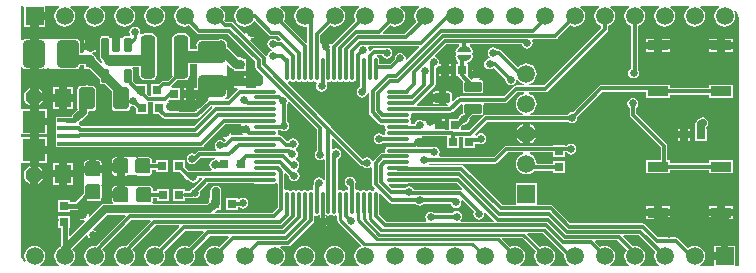
<source format=gtl>
G04 Layer_Physical_Order=1*
G04 Layer_Color=255*
%FSLAX24Y24*%
%MOIN*%
G70*
G01*
G75*
%ADD10C,0.0080*%
G04:AMPARAMS|DCode=11|XSize=31.5mil|YSize=59.1mil|CornerRadius=3.9mil|HoleSize=0mil|Usage=FLASHONLY|Rotation=90.000|XOffset=0mil|YOffset=0mil|HoleType=Round|Shape=RoundedRectangle|*
%AMROUNDEDRECTD11*
21,1,0.0315,0.0512,0,0,90.0*
21,1,0.0236,0.0591,0,0,90.0*
1,1,0.0079,0.0256,0.0118*
1,1,0.0079,0.0256,-0.0118*
1,1,0.0079,-0.0256,-0.0118*
1,1,0.0079,-0.0256,0.0118*
%
%ADD11ROUNDEDRECTD11*%
G04:AMPARAMS|DCode=12|XSize=31.5mil|YSize=55.1mil|CornerRadius=3.9mil|HoleSize=0mil|Usage=FLASHONLY|Rotation=90.000|XOffset=0mil|YOffset=0mil|HoleType=Round|Shape=RoundedRectangle|*
%AMROUNDEDRECTD12*
21,1,0.0315,0.0472,0,0,90.0*
21,1,0.0236,0.0551,0,0,90.0*
1,1,0.0079,0.0236,0.0118*
1,1,0.0079,0.0236,-0.0118*
1,1,0.0079,-0.0236,-0.0118*
1,1,0.0079,-0.0236,0.0118*
%
%ADD12ROUNDEDRECTD12*%
%ADD13R,0.0300X0.0300*%
%ADD14R,0.0100X0.0100*%
%ADD15O,0.0130X0.0768*%
%ADD16O,0.0768X0.0130*%
%ADD17R,0.0551X0.0630*%
%ADD18R,0.0748X0.0748*%
%ADD19R,0.0650X0.0157*%
G04:AMPARAMS|DCode=20|XSize=23.6mil|YSize=47.2mil|CornerRadius=3mil|HoleSize=0mil|Usage=FLASHONLY|Rotation=180.000|XOffset=0mil|YOffset=0mil|HoleType=Round|Shape=RoundedRectangle|*
%AMROUNDEDRECTD20*
21,1,0.0236,0.0413,0,0,180.0*
21,1,0.0177,0.0472,0,0,180.0*
1,1,0.0059,-0.0089,0.0207*
1,1,0.0059,0.0089,0.0207*
1,1,0.0059,0.0089,-0.0207*
1,1,0.0059,-0.0089,-0.0207*
%
%ADD20ROUNDEDRECTD20*%
G04:AMPARAMS|DCode=21|XSize=90.6mil|YSize=70.9mil|CornerRadius=8.9mil|HoleSize=0mil|Usage=FLASHONLY|Rotation=270.000|XOffset=0mil|YOffset=0mil|HoleType=Round|Shape=RoundedRectangle|*
%AMROUNDEDRECTD21*
21,1,0.0906,0.0532,0,0,270.0*
21,1,0.0728,0.0709,0,0,270.0*
1,1,0.0177,-0.0266,-0.0364*
1,1,0.0177,-0.0266,0.0364*
1,1,0.0177,0.0266,0.0364*
1,1,0.0177,0.0266,-0.0364*
%
%ADD21ROUNDEDRECTD21*%
G04:AMPARAMS|DCode=22|XSize=90.6mil|YSize=70.9mil|CornerRadius=8.9mil|HoleSize=0mil|Usage=FLASHONLY|Rotation=0.000|XOffset=0mil|YOffset=0mil|HoleType=Round|Shape=RoundedRectangle|*
%AMROUNDEDRECTD22*
21,1,0.0906,0.0532,0,0,0.0*
21,1,0.0728,0.0709,0,0,0.0*
1,1,0.0177,0.0364,-0.0266*
1,1,0.0177,-0.0364,-0.0266*
1,1,0.0177,-0.0364,0.0266*
1,1,0.0177,0.0364,0.0266*
%
%ADD22ROUNDEDRECTD22*%
%ADD23R,0.0300X0.0300*%
G04:AMPARAMS|DCode=24|XSize=47.2mil|YSize=145.7mil|CornerRadius=11.8mil|HoleSize=0mil|Usage=FLASHONLY|Rotation=0.000|XOffset=0mil|YOffset=0mil|HoleType=Round|Shape=RoundedRectangle|*
%AMROUNDEDRECTD24*
21,1,0.0472,0.1220,0,0,0.0*
21,1,0.0236,0.1457,0,0,0.0*
1,1,0.0236,0.0118,-0.0610*
1,1,0.0236,-0.0118,-0.0610*
1,1,0.0236,-0.0118,0.0610*
1,1,0.0236,0.0118,0.0610*
%
%ADD24ROUNDEDRECTD24*%
G04:AMPARAMS|DCode=25|XSize=74.8mil|YSize=51.2mil|CornerRadius=6.4mil|HoleSize=0mil|Usage=FLASHONLY|Rotation=90.000|XOffset=0mil|YOffset=0mil|HoleType=Round|Shape=RoundedRectangle|*
%AMROUNDEDRECTD25*
21,1,0.0748,0.0384,0,0,90.0*
21,1,0.0620,0.0512,0,0,90.0*
1,1,0.0128,0.0192,0.0310*
1,1,0.0128,0.0192,-0.0310*
1,1,0.0128,-0.0192,-0.0310*
1,1,0.0128,-0.0192,0.0310*
%
%ADD25ROUNDEDRECTD25*%
G04:AMPARAMS|DCode=26|XSize=50mil|YSize=50mil|CornerRadius=6.3mil|HoleSize=0mil|Usage=FLASHONLY|Rotation=90.000|XOffset=0mil|YOffset=0mil|HoleType=Round|Shape=RoundedRectangle|*
%AMROUNDEDRECTD26*
21,1,0.0500,0.0375,0,0,90.0*
21,1,0.0375,0.0500,0,0,90.0*
1,1,0.0125,0.0188,0.0188*
1,1,0.0125,0.0188,-0.0188*
1,1,0.0125,-0.0188,-0.0188*
1,1,0.0125,-0.0188,0.0188*
%
%ADD26ROUNDEDRECTD26*%
G04:AMPARAMS|DCode=27|XSize=50mil|YSize=50mil|CornerRadius=6.3mil|HoleSize=0mil|Usage=FLASHONLY|Rotation=180.000|XOffset=0mil|YOffset=0mil|HoleType=Round|Shape=RoundedRectangle|*
%AMROUNDEDRECTD27*
21,1,0.0500,0.0375,0,0,180.0*
21,1,0.0375,0.0500,0,0,180.0*
1,1,0.0125,-0.0188,0.0188*
1,1,0.0125,0.0188,0.0188*
1,1,0.0125,0.0188,-0.0188*
1,1,0.0125,-0.0188,-0.0188*
%
%ADD27ROUNDEDRECTD27*%
%ADD28R,0.0709X0.0354*%
%ADD29C,0.0120*%
%ADD30C,0.0100*%
%ADD31C,0.0300*%
%ADD32C,0.0150*%
%ADD33C,0.0400*%
%ADD34C,0.0250*%
%ADD35C,0.0160*%
%ADD36C,0.0350*%
%ADD37C,0.0200*%
%ADD38C,0.0551*%
%ADD39C,0.0591*%
%ADD40R,0.0591X0.0591*%
%ADD41R,0.0591X0.0591*%
%ADD42C,0.0260*%
%ADD43C,0.0250*%
G36*
X13386Y7412D02*
X12965Y6990D01*
X12918Y7014D01*
X12924Y7040D01*
X12910Y7110D01*
X12870Y7170D01*
X12810Y7210D01*
X12740Y7224D01*
X12670Y7210D01*
X12610Y7170D01*
X12570Y7110D01*
X12556Y7040D01*
X12561Y7019D01*
X12404Y6862D01*
X12044D01*
Y7004D01*
X12035Y7049D01*
X12009Y7087D01*
X11978Y7108D01*
X11978Y7134D01*
X11986Y7158D01*
X12127D01*
X12130Y7140D01*
X12170Y7080D01*
X12230Y7040D01*
X12300Y7026D01*
X12370Y7040D01*
X12430Y7080D01*
X12470Y7140D01*
X12484Y7210D01*
X12470Y7280D01*
X12430Y7340D01*
X12370Y7380D01*
X12300Y7394D01*
X12241Y7382D01*
X12240Y7382D01*
X12240Y7382D01*
X11880D01*
X11880Y7382D01*
X11837Y7374D01*
X11801Y7349D01*
X11735Y7284D01*
X11689Y7309D01*
X11694Y7330D01*
X11680Y7400D01*
X11671Y7414D01*
X11694Y7458D01*
X13367D01*
X13386Y7412D01*
D02*
G37*
G36*
X12390Y2231D02*
X12390Y2231D01*
X12427Y2206D01*
X12470Y2198D01*
X12470Y2198D01*
X13234D01*
X13251Y2181D01*
X13287Y2156D01*
X13300Y2154D01*
X13320Y2140D01*
X13390Y2126D01*
X13460Y2140D01*
X13520Y2180D01*
X13532Y2198D01*
X14425D01*
X14430Y2170D01*
X14470Y2110D01*
X14530Y2070D01*
X14600Y2056D01*
X14670Y2070D01*
X14730Y2110D01*
X14770Y2170D01*
X14784Y2240D01*
X14772Y2299D01*
X14812Y2328D01*
X14813Y2328D01*
X15203Y1939D01*
X15190Y1920D01*
X15176Y1850D01*
X15190Y1780D01*
X15230Y1720D01*
X15290Y1680D01*
X15360Y1666D01*
X15430Y1680D01*
X15490Y1720D01*
X15530Y1780D01*
X15544Y1850D01*
X15534Y1896D01*
X15580Y1921D01*
X15863Y1638D01*
X15844Y1592D01*
X14768D01*
X14753Y1631D01*
X14751Y1642D01*
X14790Y1700D01*
X14804Y1770D01*
X14790Y1840D01*
X14750Y1900D01*
X14690Y1940D01*
X14620Y1954D01*
X14550Y1940D01*
X14490Y1900D01*
X14478Y1882D01*
X13886D01*
X13830Y1920D01*
X13760Y1934D01*
X13690Y1920D01*
X13630Y1880D01*
X13590Y1820D01*
X13576Y1750D01*
X13590Y1680D01*
X13616Y1642D01*
X13589Y1592D01*
X12286D01*
X12039Y1840D01*
Y1892D01*
X12044Y1917D01*
Y2507D01*
X12094Y2527D01*
X12390Y2231D01*
D02*
G37*
G36*
X10486Y1821D02*
X10504Y1809D01*
X10548Y1800D01*
X10593Y1809D01*
X10598Y1812D01*
X10648Y1785D01*
Y1650D01*
X10656Y1611D01*
X10678Y1578D01*
X11431Y825D01*
X11420Y766D01*
X11386Y752D01*
X11314Y696D01*
X11258Y624D01*
X11224Y540D01*
X11212Y450D01*
X11224Y360D01*
X11258Y276D01*
X11314Y204D01*
X11373Y158D01*
X11358Y108D01*
X10761Y108D01*
X10746Y158D01*
X10806Y204D01*
X10862Y276D01*
X10896Y360D01*
X10908Y450D01*
X10896Y540D01*
X10862Y624D01*
X10806Y696D01*
X10734Y752D01*
X10650Y786D01*
X10560Y798D01*
X10470Y786D01*
X10386Y752D01*
X10314Y696D01*
X10258Y624D01*
X10224Y540D01*
X10212Y450D01*
X10224Y360D01*
X10258Y276D01*
X10314Y204D01*
X10374Y158D01*
X10359Y108D01*
X9761Y108D01*
X9746Y158D01*
X9806Y204D01*
X9862Y276D01*
X9896Y360D01*
X9908Y450D01*
X9896Y540D01*
X9862Y624D01*
X9806Y696D01*
X9734Y752D01*
X9650Y786D01*
X9560Y798D01*
X9470Y786D01*
X9386Y752D01*
X9314Y696D01*
X9258Y624D01*
X9224Y540D01*
X9212Y450D01*
X9224Y360D01*
X9258Y276D01*
X9314Y204D01*
X9374Y158D01*
X9360Y108D01*
X8760Y108D01*
X8746Y158D01*
X8806Y204D01*
X8862Y276D01*
X8896Y360D01*
X8908Y450D01*
X8896Y540D01*
X8862Y624D01*
X8806Y696D01*
X8752Y738D01*
X8769Y788D01*
X9012D01*
X9012Y788D01*
X9055Y796D01*
X9091Y821D01*
X9839Y1569D01*
X9864Y1605D01*
X9872Y1648D01*
X9872Y1648D01*
Y1776D01*
X9889Y1790D01*
X9922Y1807D01*
X9958Y1800D01*
X10003Y1809D01*
X10021Y1821D01*
X10044Y1827D01*
X10071Y1811D01*
X10069Y1755D01*
X10030Y1730D01*
X10027Y1725D01*
X10293D01*
X10290Y1730D01*
X10255Y1753D01*
X10252Y1812D01*
X10270Y1826D01*
X10289Y1821D01*
X10307Y1809D01*
X10352Y1800D01*
X10396Y1809D01*
X10414Y1821D01*
X10450Y1830D01*
X10486Y1821D01*
D02*
G37*
G36*
X15060Y7090D02*
X14960Y6990D01*
X14790D01*
X14700Y7080D01*
Y7110D01*
X15060D01*
Y7090D01*
D02*
G37*
G36*
Y7310D02*
Y7290D01*
X14700D01*
Y7320D01*
X14790Y7410D01*
X14960D01*
X15060Y7310D01*
D02*
G37*
G36*
X4423Y1622D02*
X3595Y794D01*
X3560Y798D01*
X3470Y786D01*
X3386Y752D01*
X3314Y696D01*
X3258Y624D01*
X3224Y540D01*
X3212Y450D01*
X3224Y360D01*
X3258Y276D01*
X3314Y204D01*
X3375Y157D01*
X3364Y109D01*
X3362Y107D01*
X2758Y107D01*
X2756Y110D01*
X2745Y157D01*
X2806Y204D01*
X2862Y276D01*
X2896Y360D01*
X2908Y450D01*
X2896Y540D01*
X2862Y624D01*
X2810Y691D01*
X3786Y1668D01*
X4404D01*
X4423Y1622D01*
D02*
G37*
G36*
X3592Y1790D02*
X2595Y794D01*
X2560Y798D01*
X2470Y786D01*
X2386Y752D01*
X2314Y696D01*
X2258Y624D01*
X2224Y540D01*
X2212Y450D01*
X2224Y360D01*
X2258Y276D01*
X2314Y204D01*
X2375Y157D01*
X2365Y111D01*
X2362Y106D01*
X1757Y106D01*
X1755Y111D01*
X1745Y156D01*
X1806Y204D01*
X1862Y276D01*
X1896Y360D01*
X1908Y450D01*
X1896Y540D01*
X1862Y624D01*
X1816Y684D01*
X2289Y1157D01*
X2319Y1146D01*
X2338Y1135D01*
X2350Y1072D01*
X2389Y1014D01*
X2390Y1013D01*
Y1140D01*
X2515D01*
Y1265D01*
X2642D01*
X2641Y1266D01*
X2583Y1305D01*
X2520Y1317D01*
X2509Y1336D01*
X2498Y1366D01*
X2969Y1837D01*
X3573D01*
X3592Y1790D01*
D02*
G37*
G36*
X14798Y2704D02*
X14773Y2658D01*
X14750Y2662D01*
X14750Y2662D01*
X13201D01*
X13200Y2670D01*
X13160Y2730D01*
X13100Y2770D01*
X13030Y2784D01*
X12960Y2770D01*
X12900Y2730D01*
X12888Y2712D01*
X12466D01*
X12362Y2817D01*
X12382Y2867D01*
X12993D01*
X13019Y2872D01*
X14629D01*
X14798Y2704D01*
D02*
G37*
G36*
X14816Y5522D02*
X14829Y5498D01*
X14824Y5474D01*
Y5238D01*
X14831Y5203D01*
X14800Y5180D01*
X14740Y5140D01*
X14700Y5080D01*
X14699Y5074D01*
X14655Y5030D01*
X14370D01*
Y4671D01*
X14220D01*
Y4705D01*
X14020D01*
Y4830D01*
X13895D01*
Y5030D01*
X13876D01*
X13870Y5040D01*
X13865Y5043D01*
Y4910D01*
X13615D01*
Y5043D01*
X13610Y5040D01*
X13570Y4980D01*
X13566Y4960D01*
X13546Y4951D01*
X13512Y4945D01*
X13460Y4980D01*
X13390Y4994D01*
X13320Y4980D01*
X13260Y4940D01*
X13220Y4880D01*
X13215Y4852D01*
X13124D01*
X13098Y4902D01*
X13102Y4908D01*
X13111Y4953D01*
X13102Y4998D01*
X13076Y5036D01*
Y5067D01*
X13102Y5105D01*
X13111Y5150D01*
X13104Y5184D01*
X13122Y5219D01*
X13135Y5234D01*
X14416D01*
X14416Y5234D01*
X14459Y5243D01*
X14496Y5267D01*
X14756Y5527D01*
X14781Y5530D01*
X14816Y5522D01*
D02*
G37*
G36*
X9968Y4674D02*
Y3972D01*
X9950Y3960D01*
X9910Y3900D01*
X9896Y3830D01*
X9910Y3760D01*
X9950Y3700D01*
X10010Y3660D01*
X10080Y3646D01*
X10150Y3660D01*
X10189Y3687D01*
X10239Y3661D01*
Y3016D01*
X10189Y3000D01*
X10170Y3030D01*
X10110Y3070D01*
X10040Y3084D01*
X9970Y3070D01*
X9910Y3030D01*
X9870Y2970D01*
X9856Y2900D01*
X9862Y2872D01*
X9854Y2861D01*
X9846Y2818D01*
X9846Y2818D01*
Y2697D01*
X9831Y2684D01*
X9796Y2665D01*
X9761Y2672D01*
X9716Y2663D01*
X9678Y2638D01*
X9647D01*
X9609Y2663D01*
X9564Y2672D01*
X9519Y2663D01*
X9481Y2638D01*
X9450D01*
X9412Y2663D01*
X9367Y2672D01*
X9322Y2663D01*
X9284Y2638D01*
X9253D01*
X9215Y2663D01*
X9170Y2672D01*
X9126Y2663D01*
X9088Y2638D01*
X9057D01*
X9018Y2663D01*
X8974Y2672D01*
X8932Y2664D01*
X8927Y2664D01*
X8882Y2692D01*
Y3194D01*
X8928Y3213D01*
X9030Y3111D01*
X9040Y3060D01*
X9080Y3000D01*
X9140Y2960D01*
X9210Y2946D01*
X9280Y2960D01*
X9340Y3000D01*
X9380Y3060D01*
X9394Y3130D01*
X9380Y3200D01*
X9340Y3260D01*
X9312Y3278D01*
Y3338D01*
X9330Y3350D01*
X9370Y3410D01*
X9384Y3480D01*
X9370Y3550D01*
X9330Y3610D01*
X9275Y3647D01*
X9269Y3671D01*
X9266Y3701D01*
X9280Y3710D01*
X9320Y3770D01*
X9334Y3840D01*
X9320Y3910D01*
X9280Y3970D01*
X9256Y3986D01*
X9255Y3988D01*
X9260Y4043D01*
X9300Y4070D01*
X9340Y4130D01*
X9354Y4200D01*
X9340Y4270D01*
X9300Y4330D01*
X9240Y4370D01*
X9170Y4384D01*
X9100Y4370D01*
X9040Y4330D01*
X9020Y4299D01*
X8964Y4295D01*
X8817Y4442D01*
X8781Y4466D01*
X8738Y4474D01*
X8738Y4474D01*
X8686D01*
X8674Y4489D01*
X8655Y4524D01*
X8662Y4559D01*
X8656Y4590D01*
X8684Y4640D01*
X8761D01*
X8790Y4620D01*
X8860Y4606D01*
X8930Y4620D01*
X8990Y4660D01*
X9030Y4720D01*
X9044Y4790D01*
X9030Y4860D01*
X8990Y4920D01*
X8974Y4930D01*
Y5517D01*
X8990Y5540D01*
X8996Y5574D01*
X9051Y5591D01*
X9968Y4674D01*
D02*
G37*
G36*
X11401Y3481D02*
X11401Y3481D01*
X11437Y3456D01*
X11480Y3448D01*
X11498D01*
X11510Y3430D01*
X11570Y3390D01*
X11640Y3376D01*
X11710Y3390D01*
X11758Y3422D01*
X11808Y3404D01*
Y2860D01*
X11808Y2860D01*
X11816Y2817D01*
X11841Y2780D01*
X11902Y2719D01*
X11886Y2664D01*
X11882Y2663D01*
X11844Y2638D01*
X11812D01*
X11774Y2663D01*
X11730Y2672D01*
X11685Y2663D01*
X11647Y2638D01*
X11616D01*
X11578Y2663D01*
X11533Y2672D01*
X11488Y2663D01*
X11450Y2638D01*
X11419D01*
X11381Y2663D01*
X11336Y2672D01*
X11301Y2665D01*
X11266Y2684D01*
X11251Y2697D01*
Y2848D01*
X11264Y2910D01*
X11250Y2980D01*
X11210Y3040D01*
X11150Y3080D01*
X11080Y3094D01*
X11010Y3080D01*
X10950Y3040D01*
X10910Y2980D01*
X10896Y2910D01*
X10910Y2840D01*
X10950Y2780D01*
X11010Y2740D01*
X11011Y2740D01*
X11016Y2695D01*
X10976Y2666D01*
X10942Y2672D01*
X10897Y2663D01*
X10859Y2638D01*
X10828D01*
X10790Y2663D01*
X10745Y2672D01*
X10711Y2665D01*
X10676Y2684D01*
X10661Y2697D01*
Y3689D01*
X10670Y3690D01*
X10730Y3730D01*
X10770Y3790D01*
X10784Y3860D01*
X10770Y3930D01*
X10730Y3990D01*
X10670Y4030D01*
X10600Y4044D01*
X10530Y4030D01*
X10514Y4019D01*
X10464Y4046D01*
Y4352D01*
X10510Y4371D01*
X11401Y3481D01*
D02*
G37*
G36*
X11291Y6258D02*
X11336Y6249D01*
X11368Y6255D01*
X11418Y6227D01*
Y6091D01*
X11410Y6090D01*
X11350Y6050D01*
X11310Y5990D01*
X11296Y5920D01*
X11310Y5850D01*
X11350Y5790D01*
X11410Y5750D01*
X11480Y5736D01*
X11550Y5750D01*
X11610Y5790D01*
X11650Y5850D01*
X11658Y5891D01*
X11708Y5887D01*
Y5240D01*
X11708Y5240D01*
X11716Y5197D01*
X11741Y5160D01*
X12001Y4900D01*
X12002Y4899D01*
X12031Y4871D01*
X12031Y4871D01*
X12067Y4846D01*
X12110Y4838D01*
X12110Y4838D01*
X12216D01*
X12245Y4788D01*
X12238Y4756D01*
X12247Y4711D01*
X12273Y4673D01*
Y4642D01*
X12247Y4604D01*
X12238Y4559D01*
X12244Y4529D01*
X12214Y4488D01*
X12170Y4489D01*
X12170Y4490D01*
X12110Y4530D01*
X12040Y4544D01*
X11970Y4530D01*
X11910Y4490D01*
X11870Y4430D01*
X11856Y4360D01*
X11870Y4290D01*
X11910Y4230D01*
X11970Y4190D01*
X12040Y4176D01*
X12110Y4190D01*
X12170Y4230D01*
X12171Y4232D01*
X12212Y4234D01*
X12244Y4193D01*
X12238Y4165D01*
X12247Y4121D01*
X12273Y4082D01*
Y4051D01*
X12247Y4013D01*
X12238Y3968D01*
X12245Y3934D01*
X12226Y3899D01*
X12214Y3884D01*
X12152D01*
X12109Y3875D01*
X12072Y3851D01*
X12072Y3851D01*
X11859Y3638D01*
X11847Y3636D01*
X11804Y3643D01*
X11799Y3646D01*
X11770Y3690D01*
X11710Y3730D01*
X11640Y3744D01*
X11570Y3730D01*
X11510Y3690D01*
X11509Y3690D01*
X10431Y4768D01*
X10431Y4768D01*
X10390Y4808D01*
X10389Y4810D01*
X10389Y4810D01*
X8997Y6202D01*
X9013Y6257D01*
X9018Y6258D01*
X9057Y6283D01*
X9088D01*
X9126Y6258D01*
X9170Y6249D01*
X9215Y6258D01*
X9253Y6283D01*
X9284D01*
X9322Y6258D01*
X9367Y6249D01*
X9412Y6258D01*
X9450Y6283D01*
X9481D01*
X9519Y6258D01*
X9564Y6249D01*
X9609Y6258D01*
X9647Y6283D01*
X9678D01*
X9716Y6258D01*
X9761Y6249D01*
X9806Y6258D01*
X9844Y6283D01*
X9875D01*
X9913Y6258D01*
X9933Y6254D01*
X9958Y6202D01*
X9958Y6202D01*
X9950Y6190D01*
X9936Y6120D01*
X9950Y6050D01*
X9990Y5990D01*
X10050Y5950D01*
X10120Y5936D01*
X10190Y5950D01*
X10250Y5990D01*
X10290Y6050D01*
X10304Y6120D01*
X10290Y6190D01*
X10289Y6191D01*
X10309Y6251D01*
X10317Y6256D01*
X10352Y6249D01*
X10396Y6258D01*
X10434Y6283D01*
X10466D01*
X10504Y6258D01*
X10548Y6249D01*
X10593Y6258D01*
X10631Y6283D01*
X10662D01*
X10700Y6258D01*
X10745Y6249D01*
X10790Y6258D01*
X10828Y6283D01*
X10859D01*
X10897Y6258D01*
X10942Y6249D01*
X10987Y6258D01*
X11025Y6283D01*
X11056D01*
X11094Y6258D01*
X11139Y6249D01*
X11184Y6258D01*
X11222Y6283D01*
X11253D01*
X11291Y6258D01*
D02*
G37*
G36*
X16871Y5868D02*
X16860Y5866D01*
X16776Y5832D01*
X16704Y5776D01*
X16648Y5704D01*
X16614Y5620D01*
X16602Y5530D01*
X16614Y5440D01*
X16648Y5356D01*
X16704Y5284D01*
X16776Y5228D01*
X16839Y5202D01*
X16829Y5152D01*
X15590D01*
X15590Y5152D01*
X15547Y5144D01*
X15511Y5119D01*
X15034Y4642D01*
X14770D01*
Y4784D01*
X14822Y4836D01*
X14870Y4826D01*
X14940Y4840D01*
X15000Y4880D01*
X15040Y4940D01*
X15054Y5010D01*
X15046Y5050D01*
X15143Y5147D01*
X15427D01*
X15462Y5154D01*
X15492Y5173D01*
X15512Y5203D01*
X15519Y5238D01*
Y5474D01*
X15514Y5498D01*
X15534Y5534D01*
X15546Y5548D01*
X16240D01*
X16240Y5548D01*
X16283Y5556D01*
X16319Y5581D01*
X16656Y5918D01*
X16868D01*
X16871Y5868D01*
D02*
G37*
G36*
X5960Y6490D02*
X5960Y6490D01*
X5960D01*
X5966Y6440D01*
X5965Y6439D01*
X5955Y6385D01*
Y6104D01*
X5940Y6060D01*
X5905Y6060D01*
X5865D01*
Y5860D01*
X5740D01*
Y5735D01*
X5540D01*
Y5660D01*
X5940D01*
Y5747D01*
X5990Y5762D01*
X5996Y5753D01*
X6042Y5723D01*
X6096Y5712D01*
X6325D01*
X6340Y5662D01*
X6321Y5649D01*
X6321Y5649D01*
X6070Y5399D01*
X6033Y5416D01*
X6023Y5422D01*
X6010Y5490D01*
X5970Y5550D01*
X5910Y5590D01*
X5840Y5604D01*
X5770Y5590D01*
X5710Y5550D01*
X5678Y5501D01*
X5661Y5497D01*
X5639D01*
X5622Y5501D01*
X5590Y5550D01*
X5530Y5590D01*
X5460Y5604D01*
X5390Y5590D01*
X5330Y5550D01*
X5310Y5520D01*
X5250D01*
X5230Y5550D01*
X5170Y5590D01*
X5100Y5604D01*
X5038Y5591D01*
X5018Y5611D01*
X5007Y5632D01*
X5031Y5660D01*
X5390D01*
Y6060D01*
X5133D01*
X5118Y6110D01*
X5119Y6111D01*
X5327Y6318D01*
X5559D01*
X5625Y6331D01*
X5680Y6369D01*
X5718Y6424D01*
X5731Y6490D01*
Y6845D01*
X5960D01*
Y6490D01*
D02*
G37*
G36*
X5383Y1432D02*
X4712Y761D01*
X4650Y786D01*
X4560Y798D01*
X4470Y786D01*
X4386Y752D01*
X4314Y696D01*
X4258Y624D01*
X4224Y540D01*
X4212Y450D01*
X4224Y360D01*
X4258Y276D01*
X4314Y204D01*
X4375Y157D01*
X4363Y108D01*
X4362Y107D01*
X3758Y107D01*
X3757Y109D01*
X3745Y157D01*
X3806Y204D01*
X3862Y276D01*
X3896Y360D01*
X3908Y450D01*
X3896Y540D01*
X3862Y624D01*
X3810Y691D01*
X4596Y1478D01*
X5364D01*
X5383Y1432D01*
D02*
G37*
G36*
X5372Y8741D02*
X5314Y8696D01*
X5258Y8624D01*
X5224Y8540D01*
X5212Y8450D01*
X5224Y8360D01*
X5258Y8276D01*
X5314Y8204D01*
X5386Y8148D01*
X5470Y8114D01*
X5560Y8102D01*
X5650Y8114D01*
X5712Y8139D01*
X5961Y7891D01*
X5961Y7891D01*
X5997Y7866D01*
X6040Y7858D01*
X6040Y7858D01*
X6994D01*
X7918Y6934D01*
Y6770D01*
X7918Y6770D01*
X7926Y6727D01*
X7951Y6691D01*
X8185Y6456D01*
X8175Y6444D01*
Y6270D01*
X8050D01*
Y6145D01*
X7917D01*
X7920Y6140D01*
X7934Y6131D01*
X7945Y6064D01*
X7937Y6054D01*
X7907D01*
X7881Y6049D01*
X7656D01*
X7610Y6060D01*
X7610Y6099D01*
Y6135D01*
X7210D01*
Y6060D01*
X7303D01*
X7317Y6036D01*
X7321Y6010D01*
X6994Y5682D01*
X6907D01*
X6892Y5732D01*
X6924Y5753D01*
X6955Y5799D01*
X6965Y5853D01*
Y5994D01*
X6460D01*
Y6244D01*
X6965D01*
Y6385D01*
X6955Y6439D01*
X6954Y6440D01*
X6960Y6490D01*
X6960D01*
X6960Y6490D01*
Y6816D01*
X7006Y6835D01*
X7116Y6726D01*
X7182Y6682D01*
X7210Y6676D01*
Y6610D01*
X7610D01*
Y7010D01*
X7537D01*
X7534Y7014D01*
X7468Y7058D01*
X7390Y7074D01*
X7344D01*
X7023Y7395D01*
X6965Y7434D01*
Y7527D01*
X6955Y7581D01*
X6924Y7627D01*
X6878Y7657D01*
X6874Y7658D01*
X6840Y7680D01*
X6770Y7694D01*
X6700Y7680D01*
X6681Y7668D01*
X6163D01*
X6130Y7674D01*
X6097Y7668D01*
X6096D01*
X6042Y7657D01*
X5996Y7627D01*
X5965Y7581D01*
X5962Y7563D01*
X5960Y7561D01*
X5946Y7491D01*
X5955Y7450D01*
Y7355D01*
X5731D01*
Y7710D01*
X5718Y7776D01*
X5680Y7831D01*
X5625Y7869D01*
X5559Y7882D01*
X5323D01*
X5257Y7869D01*
X5202Y7831D01*
X5165Y7776D01*
X5152Y7710D01*
Y6490D01*
X5157Y6465D01*
X4994Y6302D01*
X4850D01*
X4850Y6302D01*
X4807Y6294D01*
X4771Y6269D01*
X4771Y6269D01*
X4691Y6190D01*
X4450D01*
Y5802D01*
X4366D01*
X4300Y5869D01*
Y6190D01*
X3939D01*
X3824Y6305D01*
Y6675D01*
X3818Y6706D01*
X3808Y6721D01*
X3822Y6761D01*
X3830Y6771D01*
X4049D01*
Y6490D01*
X4062Y6424D01*
X4100Y6369D01*
X4155Y6331D01*
X4221Y6318D01*
X4457D01*
X4523Y6331D01*
X4578Y6369D01*
X4615Y6424D01*
X4628Y6490D01*
Y7710D01*
X4615Y7776D01*
X4578Y7831D01*
X4523Y7869D01*
X4457Y7882D01*
X4221D01*
X4155Y7869D01*
X4110Y7839D01*
X4070Y7858D01*
X4064Y7863D01*
X4074Y7910D01*
X4060Y7980D01*
X4020Y8040D01*
X3960Y8080D01*
X3890Y8094D01*
X3820Y8080D01*
X3760Y8040D01*
X3720Y7980D01*
X3706Y7910D01*
X3720Y7840D01*
X3727Y7830D01*
X3701Y7780D01*
X3565D01*
X3534Y7773D01*
X3508Y7756D01*
X3494Y7734D01*
X3467Y7732D01*
X3440Y7734D01*
X3426Y7756D01*
X3405Y7770D01*
Y7492D01*
X3155D01*
Y7770D01*
X3134Y7756D01*
X3120Y7734D01*
X3093Y7732D01*
X3066Y7734D01*
X3052Y7756D01*
X3026Y7773D01*
X2995Y7780D01*
X2817D01*
X2786Y7773D01*
X2760Y7756D01*
X2742Y7730D01*
X2736Y7699D01*
Y7536D01*
X2728Y7492D01*
Y7124D01*
X2741Y7056D01*
X2780Y6998D01*
X2806Y6971D01*
X2818Y6912D01*
X2820Y6909D01*
X2782Y6877D01*
X2624Y7034D01*
X2590Y7057D01*
Y7090D01*
X2577D01*
X2534Y7154D01*
X2481Y7190D01*
X2496Y7240D01*
X2590D01*
Y7315D01*
X2190D01*
Y7264D01*
X2190Y7240D01*
X2151Y7214D01*
X2078D01*
Y7564D01*
X2067Y7618D01*
X2037Y7664D01*
X1991Y7695D01*
X1937Y7705D01*
X1405D01*
X1351Y7695D01*
X1350Y7694D01*
X1300Y7700D01*
Y7700D01*
X1300Y7700D01*
X900D01*
X900Y7700D01*
Y7700D01*
X850Y7694D01*
X849Y7695D01*
X795Y7705D01*
X654D01*
Y7200D01*
Y6695D01*
X795D01*
X849Y6705D01*
X850Y6706D01*
X900Y6700D01*
Y6700D01*
X900Y6700D01*
X1300D01*
X1300Y6700D01*
Y6700D01*
X1350Y6706D01*
X1351Y6705D01*
X1405Y6695D01*
X1937D01*
X1991Y6705D01*
X2037Y6736D01*
X2067Y6782D01*
X2072Y6806D01*
X2190D01*
Y6690D01*
X2370D01*
X2390Y6686D01*
X2396D01*
X2736Y6345D01*
Y6262D01*
X2742Y6230D01*
X2760Y6204D01*
X2786Y6187D01*
X2817Y6180D01*
X2891D01*
X3123Y5949D01*
Y5400D01*
X3132Y5355D01*
X3157Y5318D01*
X3194Y5293D01*
X3239Y5284D01*
X3623D01*
X3667Y5293D01*
X3705Y5318D01*
X3730Y5355D01*
X3739Y5400D01*
Y5432D01*
X3789Y5459D01*
X3850Y5446D01*
X3871Y5451D01*
X3950Y5371D01*
Y5190D01*
X4350D01*
Y5578D01*
X4500D01*
Y5190D01*
X4691D01*
X4811Y5071D01*
X4811Y5071D01*
X4847Y5046D01*
X4890Y5038D01*
X5980D01*
X5980Y5038D01*
X6023Y5046D01*
X6059Y5071D01*
X6434Y5445D01*
X6437Y5446D01*
X6459Y5441D01*
X6475Y5387D01*
X5871Y4782D01*
X2120D01*
X2106Y4796D01*
X2070Y4820D01*
X2048Y4824D01*
X2028Y4876D01*
X2047Y4915D01*
X2048Y4915D01*
X2106Y4954D01*
X2296Y5144D01*
X2296Y5144D01*
X2335Y5202D01*
X2348Y5270D01*
X2395Y5284D01*
X2481D01*
X2526Y5293D01*
X2563Y5318D01*
X2588Y5355D01*
X2597Y5400D01*
Y6020D01*
X2588Y6065D01*
X2563Y6102D01*
X2526Y6127D01*
X2481Y6136D01*
X2371D01*
X2368Y6138D01*
X2290Y6154D01*
X2212Y6138D01*
X2209Y6136D01*
X2097D01*
X2053Y6127D01*
X2015Y6102D01*
X1990Y6065D01*
X1981Y6020D01*
Y5400D01*
X1990Y5355D01*
X1992Y5353D01*
Y5344D01*
X1854Y5206D01*
X1815Y5148D01*
X1807Y5105D01*
X1642D01*
X1623Y5101D01*
X1267D01*
Y4844D01*
Y4588D01*
Y4332D01*
Y4076D01*
Y4074D01*
X2017D01*
Y4093D01*
X6115D01*
X6115Y4093D01*
X6158Y4101D01*
X6194Y4125D01*
X6909Y4841D01*
X7423D01*
X7440Y4805D01*
X7590D01*
Y4555D01*
X7457D01*
X7460Y4550D01*
X7499Y4524D01*
X7484Y4474D01*
X7151D01*
X7128Y4493D01*
X7109Y4519D01*
X7113Y4540D01*
X7100Y4608D01*
X7061Y4666D01*
X7060Y4667D01*
Y4540D01*
X6935D01*
Y4415D01*
X6808D01*
X6809Y4414D01*
X6867Y4375D01*
X6916Y4365D01*
X6936Y4315D01*
X6889Y4268D01*
X6870Y4270D01*
X6810Y4310D01*
X6740Y4324D01*
X6670Y4310D01*
X6610Y4270D01*
X6570Y4210D01*
X6556Y4140D01*
X6570Y4070D01*
X6609Y4012D01*
X6607Y4001D01*
X6592Y3962D01*
X6050D01*
X6050Y3962D01*
X6007Y3954D01*
X5971Y3929D01*
X5899Y3857D01*
X5880Y3870D01*
X5810Y3884D01*
X5740Y3870D01*
X5680Y3830D01*
X5640Y3770D01*
X5626Y3700D01*
X5640Y3630D01*
X5680Y3570D01*
X5740Y3530D01*
X5810Y3516D01*
X5880Y3530D01*
X5940Y3570D01*
X5969Y3614D01*
X5979Y3621D01*
X6096Y3738D01*
X6559D01*
X6564Y3688D01*
X6531Y3681D01*
X6503Y3662D01*
X6490Y3660D01*
X6430Y3620D01*
X6390Y3560D01*
X6376Y3490D01*
X6390Y3420D01*
X6430Y3360D01*
X6456Y3343D01*
X6440Y3293D01*
X5675D01*
X5560Y3409D01*
Y3650D01*
X5160D01*
Y3250D01*
X5401D01*
X5550Y3102D01*
X5550Y3102D01*
X5651Y3001D01*
X5651Y3001D01*
X5687Y2976D01*
X5705Y2973D01*
X5720Y2950D01*
X5780Y2910D01*
X5850Y2896D01*
X5920Y2910D01*
X5980Y2950D01*
X6020Y3010D01*
X6031Y3069D01*
X6140D01*
X6160Y3019D01*
X5884Y2742D01*
X5820Y2730D01*
X5760Y2690D01*
X5720Y2630D01*
X5717Y2612D01*
X5580D01*
Y2700D01*
X5180D01*
Y2300D01*
X5580D01*
Y2388D01*
X5800D01*
X5818Y2391D01*
X5820Y2390D01*
X5890Y2376D01*
X5960Y2390D01*
X6020Y2430D01*
X6060Y2490D01*
X6074Y2560D01*
X6064Y2606D01*
X6331Y2872D01*
X7881D01*
X7907Y2867D01*
X8544D01*
X8589Y2876D01*
X8608Y2888D01*
X8658Y2864D01*
Y2076D01*
X8474Y1892D01*
X6580D01*
X6561Y1938D01*
X6622Y2000D01*
X6770D01*
Y2400D01*
X6768D01*
Y2584D01*
X6774Y2610D01*
X6760Y2680D01*
X6720Y2740D01*
X6660Y2780D01*
X6590Y2794D01*
X6520Y2780D01*
X6460Y2740D01*
X6420Y2680D01*
X6406Y2610D01*
X6412Y2584D01*
Y2400D01*
X6370D01*
Y2252D01*
X6311Y2193D01*
X4494D01*
X4487Y2202D01*
X4472Y2243D01*
X4488Y2269D01*
X4497Y2313D01*
Y2388D01*
X4630D01*
Y2300D01*
X5030D01*
Y2700D01*
X4630D01*
Y2612D01*
X4497D01*
Y2688D01*
X4488Y2731D01*
X4464Y2769D01*
X4426Y2793D01*
X4383Y2802D01*
X4008D01*
X3975Y2796D01*
X3970Y2800D01*
Y2800D01*
X3670D01*
Y2800D01*
X3665Y2796D01*
X3632Y2802D01*
X3570D01*
Y2500D01*
X3445D01*
Y2375D01*
X3143D01*
Y2313D01*
X3152Y2269D01*
X3168Y2243D01*
X3153Y2202D01*
X3146Y2193D01*
X2895D01*
X2827Y2180D01*
X2769Y2141D01*
X2394Y1766D01*
X2348Y1791D01*
X2353Y1820D01*
X2340Y1888D01*
X2301Y1946D01*
X2300Y1947D01*
Y1820D01*
X2175D01*
Y1695D01*
X2048D01*
X2049Y1694D01*
X2107Y1655D01*
X2175Y1642D01*
X2204Y1647D01*
X2229Y1601D01*
X1734Y1106D01*
X1687Y1125D01*
Y1380D01*
X1750D01*
Y1780D01*
X1350D01*
Y1380D01*
X1433D01*
Y804D01*
X1402Y758D01*
X1386Y752D01*
X1314Y696D01*
X1258Y624D01*
X1224Y540D01*
X1212Y450D01*
X1224Y360D01*
X1258Y276D01*
X1314Y204D01*
X1376Y156D01*
X1366Y112D01*
X1363Y106D01*
X757Y106D01*
X754Y112D01*
X744Y156D01*
X806Y204D01*
X862Y276D01*
X896Y360D01*
X908Y450D01*
X896Y540D01*
X862Y624D01*
X806Y696D01*
X734Y752D01*
X650Y786D01*
X560Y798D01*
X470Y786D01*
X386Y752D01*
X314Y696D01*
X258Y624D01*
X224Y540D01*
X212Y450D01*
X224Y360D01*
X258Y276D01*
X219Y246D01*
X156Y328D01*
X111Y435D01*
X97Y546D01*
X100Y550D01*
X100D01*
Y3517D01*
X106Y3564D01*
X150Y3564D01*
X954D01*
Y3863D01*
X530D01*
Y4113D01*
X954D01*
Y4412D01*
X150D01*
X106Y4412D01*
X100Y4460D01*
Y4462D01*
X106Y4509D01*
X150Y4509D01*
X954D01*
Y4808D01*
X530D01*
Y5058D01*
X954D01*
Y5357D01*
X150D01*
X106Y5357D01*
X100Y5405D01*
Y6741D01*
X150Y6756D01*
X163Y6736D01*
X209Y6705D01*
X263Y6695D01*
X404D01*
Y7200D01*
Y7705D01*
X263D01*
X209Y7695D01*
X163Y7664D01*
X150Y7644D01*
X100Y7659D01*
Y8757D01*
X117Y8783D01*
X128Y8790D01*
X179Y8790D01*
X215Y8755D01*
Y8105D01*
X435D01*
Y8450D01*
X560D01*
Y8575D01*
X905D01*
Y8790D01*
X1354Y8790D01*
X1371Y8740D01*
X1314Y8696D01*
X1258Y8624D01*
X1224Y8540D01*
X1212Y8450D01*
X1224Y8360D01*
X1258Y8276D01*
X1314Y8204D01*
X1386Y8148D01*
X1470Y8114D01*
X1560Y8102D01*
X1650Y8114D01*
X1734Y8148D01*
X1806Y8204D01*
X1862Y8276D01*
X1896Y8360D01*
X1908Y8450D01*
X1896Y8540D01*
X1862Y8624D01*
X1806Y8696D01*
X1749Y8740D01*
X1766Y8790D01*
X2354Y8790D01*
X2371Y8740D01*
X2314Y8696D01*
X2258Y8624D01*
X2224Y8540D01*
X2212Y8450D01*
X2224Y8360D01*
X2258Y8276D01*
X2314Y8204D01*
X2386Y8148D01*
X2470Y8114D01*
X2560Y8102D01*
X2650Y8114D01*
X2734Y8148D01*
X2806Y8204D01*
X2862Y8276D01*
X2896Y8360D01*
X2908Y8450D01*
X2896Y8540D01*
X2862Y8624D01*
X2806Y8696D01*
X2749Y8740D01*
X2766Y8790D01*
X3354Y8791D01*
X3371Y8741D01*
X3314Y8696D01*
X3258Y8624D01*
X3224Y8540D01*
X3212Y8450D01*
X3224Y8360D01*
X3258Y8276D01*
X3314Y8204D01*
X3386Y8148D01*
X3470Y8114D01*
X3560Y8102D01*
X3650Y8114D01*
X3734Y8148D01*
X3806Y8204D01*
X3862Y8276D01*
X3896Y8360D01*
X3908Y8450D01*
X3896Y8540D01*
X3862Y8624D01*
X3806Y8696D01*
X3749Y8741D01*
X3765Y8791D01*
X4355Y8791D01*
X4372Y8741D01*
X4314Y8696D01*
X4258Y8624D01*
X4224Y8540D01*
X4212Y8450D01*
X4224Y8360D01*
X4258Y8276D01*
X4314Y8204D01*
X4386Y8148D01*
X4470Y8114D01*
X4560Y8102D01*
X4650Y8114D01*
X4734Y8148D01*
X4806Y8204D01*
X4862Y8276D01*
X4896Y8360D01*
X4908Y8450D01*
X4896Y8540D01*
X4862Y8624D01*
X4806Y8696D01*
X4748Y8741D01*
X4765Y8791D01*
X5355Y8791D01*
X5372Y8741D01*
D02*
G37*
G36*
X11373Y8742D02*
X11314Y8696D01*
X11258Y8624D01*
X11224Y8540D01*
X11212Y8450D01*
X11224Y8360D01*
X11249Y8298D01*
X10469Y7518D01*
X10410Y7519D01*
X10390Y7550D01*
X10385Y7553D01*
Y7420D01*
X10135D01*
Y7553D01*
X10130Y7550D01*
X10120Y7535D01*
X10070Y7550D01*
Y7801D01*
X10408Y8139D01*
X10470Y8114D01*
X10560Y8102D01*
X10650Y8114D01*
X10734Y8148D01*
X10806Y8204D01*
X10862Y8276D01*
X10896Y8360D01*
X10908Y8450D01*
X10896Y8540D01*
X10862Y8624D01*
X10806Y8696D01*
X10747Y8742D01*
X10763Y8792D01*
X11357Y8792D01*
X11373Y8742D01*
D02*
G37*
G36*
X7372Y8741D02*
X7314Y8696D01*
X7258Y8624D01*
X7224Y8540D01*
X7212Y8450D01*
X7224Y8360D01*
X7258Y8276D01*
X7314Y8204D01*
X7386Y8148D01*
X7470Y8114D01*
X7560Y8102D01*
X7650Y8114D01*
X7734Y8148D01*
X7806Y8204D01*
X7850Y8261D01*
X7909Y8273D01*
X8371Y7811D01*
X8371Y7811D01*
X8407Y7786D01*
X8450Y7778D01*
X8450Y7778D01*
X8654D01*
X8759Y7672D01*
X8739Y7622D01*
X8642D01*
X8630Y7640D01*
X8570Y7680D01*
X8500Y7694D01*
X8430Y7680D01*
X8370Y7640D01*
X8330Y7580D01*
X8316Y7510D01*
X8330Y7440D01*
X8370Y7380D01*
X8430Y7340D01*
X8460Y7334D01*
Y7284D01*
X8440Y7280D01*
X8380Y7240D01*
X8340Y7180D01*
X8332Y7140D01*
X8279Y7130D01*
X8279Y7130D01*
X8279Y7130D01*
X7749Y7660D01*
X7765Y7696D01*
X7773Y7707D01*
X7840Y7720D01*
X7900Y7760D01*
X7903Y7765D01*
X7770D01*
Y7890D01*
X7645D01*
Y8023D01*
X7640Y8020D01*
X7600Y7960D01*
X7587Y7893D01*
X7576Y7885D01*
X7540Y7869D01*
X7190Y8219D01*
X7153Y8244D01*
X7110Y8252D01*
X7110Y8252D01*
X6947D01*
X6880Y8319D01*
X6896Y8360D01*
X6908Y8450D01*
X6896Y8540D01*
X6862Y8624D01*
X6806Y8696D01*
X6748Y8741D01*
X6765Y8791D01*
X7355Y8791D01*
X7372Y8741D01*
D02*
G37*
G36*
X18217Y490D02*
X18212Y450D01*
X18224Y360D01*
X18258Y276D01*
X18314Y204D01*
X18372Y159D01*
X18355Y109D01*
X17765Y109D01*
X17748Y159D01*
X17806Y204D01*
X17862Y276D01*
X17896Y360D01*
X17908Y450D01*
X17896Y540D01*
X17862Y624D01*
X17806Y696D01*
X17734Y752D01*
X17650Y786D01*
X17560Y798D01*
X17470Y786D01*
X17398Y756D01*
X16982Y1172D01*
X17001Y1218D01*
X17489D01*
X18217Y490D01*
D02*
G37*
G36*
X23365Y8789D02*
X23375Y8744D01*
X23314Y8696D01*
X23258Y8624D01*
X23224Y8540D01*
X23212Y8450D01*
X23224Y8360D01*
X23258Y8276D01*
X23314Y8204D01*
X23386Y8148D01*
X23470Y8114D01*
X23560Y8102D01*
X23650Y8114D01*
X23734Y8148D01*
X23806Y8204D01*
X23862Y8276D01*
X23896Y8360D01*
X23908Y8450D01*
X23896Y8540D01*
X23867Y8611D01*
X23887Y8645D01*
X23900Y8656D01*
X23912Y8654D01*
X23967Y8582D01*
X24009Y8480D01*
X24023Y8374D01*
X24020Y8370D01*
X24020D01*
X24024Y160D01*
X24012Y130D01*
X23970Y110D01*
X23941Y110D01*
X23905Y145D01*
Y795D01*
X23685D01*
Y450D01*
X23560D01*
Y325D01*
X23215D01*
Y110D01*
X22766Y110D01*
X22749Y160D01*
X22806Y204D01*
X22862Y276D01*
X22896Y360D01*
X22908Y450D01*
X22896Y540D01*
X22862Y624D01*
X22806Y696D01*
X22734Y752D01*
X22650Y786D01*
X22560Y798D01*
X22470Y786D01*
X22386Y752D01*
X22330Y709D01*
X21999Y1039D01*
X21963Y1064D01*
X21920Y1072D01*
X21920Y1072D01*
X21346D01*
X20909Y1509D01*
X20873Y1534D01*
X20830Y1542D01*
X20830Y1542D01*
X18416D01*
X17839Y2119D01*
X17803Y2144D01*
X17760Y2152D01*
X17760Y2152D01*
X17332D01*
X17295Y2185D01*
X17295Y2202D01*
Y2875D01*
X16605D01*
Y2202D01*
X16605Y2185D01*
X16568Y2152D01*
X16156D01*
X14859Y3449D01*
X14823Y3474D01*
X14780Y3482D01*
X14780Y3482D01*
X13741D01*
X13715Y3532D01*
X13719Y3538D01*
X15910D01*
X15910Y3538D01*
X15953Y3546D01*
X15989Y3571D01*
X16326Y3908D01*
X16829D01*
X16839Y3858D01*
X16776Y3832D01*
X16704Y3776D01*
X16648Y3704D01*
X16614Y3620D01*
X16602Y3530D01*
X16614Y3440D01*
X16648Y3356D01*
X16704Y3284D01*
X16776Y3228D01*
X16860Y3194D01*
X16950Y3182D01*
X17040Y3194D01*
X17124Y3228D01*
X17196Y3284D01*
X17207Y3298D01*
X17820D01*
Y3210D01*
X18220D01*
Y3610D01*
X17820D01*
Y3522D01*
X17305D01*
X17298Y3530D01*
X17286Y3620D01*
X17252Y3704D01*
X17196Y3776D01*
X17124Y3832D01*
X17061Y3858D01*
X17071Y3908D01*
X17820D01*
Y3760D01*
X18220D01*
Y3908D01*
X18288D01*
X18300Y3890D01*
X18360Y3850D01*
X18430Y3836D01*
X18500Y3850D01*
X18560Y3890D01*
X18600Y3950D01*
X18614Y4020D01*
X18600Y4090D01*
X18560Y4150D01*
X18500Y4190D01*
X18430Y4204D01*
X18360Y4190D01*
X18300Y4150D01*
X18288Y4132D01*
X18220D01*
Y4160D01*
X17820D01*
Y4132D01*
X16280D01*
X16280Y4132D01*
X16237Y4124D01*
X16201Y4099D01*
X15864Y3762D01*
X14058D01*
X14031Y3812D01*
X14050Y3840D01*
X14064Y3910D01*
X14050Y3980D01*
X14010Y4040D01*
X13950Y4080D01*
X13880Y4094D01*
X13810Y4080D01*
X13806Y4077D01*
X13780Y4082D01*
X13772Y4081D01*
X13486D01*
X13470Y4130D01*
X13473Y4135D01*
X13340D01*
Y4385D01*
X13473D01*
X13470Y4390D01*
X13459Y4397D01*
X13474Y4447D01*
X14300D01*
Y4050D01*
X14700D01*
Y4418D01*
X14850D01*
Y4050D01*
X15250D01*
Y4198D01*
X15373D01*
X15430Y4186D01*
X15500Y4200D01*
X15560Y4240D01*
X15600Y4300D01*
X15614Y4370D01*
X15600Y4440D01*
X15560Y4500D01*
X15500Y4540D01*
X15430Y4554D01*
X15360Y4540D01*
X15300Y4500D01*
X15287Y4481D01*
X15275Y4470D01*
X15254Y4475D01*
X15238Y4530D01*
X15636Y4928D01*
X18349D01*
X18390Y4900D01*
X18460Y4886D01*
X18530Y4900D01*
X18590Y4940D01*
X18630Y5000D01*
X18644Y5070D01*
X18641Y5082D01*
X19486Y5928D01*
X20936D01*
Y5715D01*
X21744D01*
Y5830D01*
X23036D01*
Y5715D01*
X23844D01*
Y6169D01*
X23036D01*
Y6054D01*
X21744D01*
Y6169D01*
X20936D01*
Y6152D01*
X19440D01*
X19397Y6144D01*
X19361Y6119D01*
X19361Y6119D01*
X18489Y5248D01*
X18460Y5254D01*
X18390Y5240D01*
X18330Y5200D01*
X18298Y5152D01*
X17071D01*
X17061Y5202D01*
X17124Y5228D01*
X17196Y5284D01*
X17252Y5356D01*
X17286Y5440D01*
X17298Y5530D01*
X17286Y5620D01*
X17252Y5704D01*
X17196Y5776D01*
X17124Y5832D01*
X17040Y5866D01*
X17029Y5868D01*
X17032Y5918D01*
X17580D01*
X17580Y5918D01*
X17623Y5926D01*
X17659Y5951D01*
X19639Y7931D01*
X19639Y7931D01*
X19664Y7967D01*
X19672Y8010D01*
X19672Y8010D01*
Y8123D01*
X19734Y8148D01*
X19806Y8204D01*
X19862Y8276D01*
X19896Y8360D01*
X19908Y8450D01*
X19896Y8540D01*
X19862Y8624D01*
X19806Y8696D01*
X19745Y8743D01*
X19758Y8793D01*
X19758Y8793D01*
X20362Y8793D01*
X20363Y8792D01*
X20375Y8743D01*
X20314Y8696D01*
X20258Y8624D01*
X20224Y8540D01*
X20212Y8450D01*
X20224Y8360D01*
X20258Y8276D01*
X20314Y8204D01*
X20386Y8148D01*
X20448Y8123D01*
Y6728D01*
X20390Y6690D01*
X20350Y6630D01*
X20336Y6560D01*
X20350Y6490D01*
X20390Y6430D01*
X20450Y6390D01*
X20520Y6376D01*
X20590Y6390D01*
X20650Y6430D01*
X20690Y6490D01*
X20704Y6560D01*
X20690Y6630D01*
X20672Y6656D01*
Y8123D01*
X20734Y8148D01*
X20806Y8204D01*
X20862Y8276D01*
X20896Y8360D01*
X20908Y8450D01*
X20896Y8540D01*
X20862Y8624D01*
X20806Y8696D01*
X20745Y8743D01*
X20757Y8792D01*
X20758Y8793D01*
X21362Y8793D01*
X21363Y8791D01*
X21375Y8743D01*
X21314Y8696D01*
X21258Y8624D01*
X21224Y8540D01*
X21212Y8450D01*
X21224Y8360D01*
X21258Y8276D01*
X21314Y8204D01*
X21386Y8148D01*
X21470Y8114D01*
X21560Y8102D01*
X21650Y8114D01*
X21734Y8148D01*
X21806Y8204D01*
X21862Y8276D01*
X21896Y8360D01*
X21908Y8450D01*
X21896Y8540D01*
X21862Y8624D01*
X21806Y8696D01*
X21745Y8743D01*
X21756Y8791D01*
X21758Y8793D01*
X22362Y8793D01*
X22364Y8790D01*
X22375Y8743D01*
X22314Y8696D01*
X22258Y8624D01*
X22224Y8540D01*
X22212Y8450D01*
X22224Y8360D01*
X22258Y8276D01*
X22314Y8204D01*
X22386Y8148D01*
X22470Y8114D01*
X22560Y8102D01*
X22650Y8114D01*
X22734Y8148D01*
X22806Y8204D01*
X22862Y8276D01*
X22896Y8360D01*
X22908Y8450D01*
X22896Y8540D01*
X22862Y8624D01*
X22806Y8696D01*
X22745Y8743D01*
X22755Y8789D01*
X22758Y8793D01*
X23363Y8794D01*
X23365Y8789D01*
D02*
G37*
G36*
X17254Y612D02*
X17224Y540D01*
X17212Y450D01*
X17224Y360D01*
X17258Y276D01*
X17314Y204D01*
X17372Y159D01*
X17355Y109D01*
X16765Y109D01*
X16748Y159D01*
X16806Y204D01*
X16862Y276D01*
X16896Y360D01*
X16908Y450D01*
X16896Y540D01*
X16862Y624D01*
X16806Y696D01*
X16734Y752D01*
X16650Y786D01*
X16560Y798D01*
X16470Y786D01*
X16398Y756D01*
X16132Y1022D01*
X16151Y1068D01*
X16798D01*
X17254Y612D01*
D02*
G37*
G36*
X13373Y8742D02*
X13314Y8696D01*
X13258Y8624D01*
X13224Y8540D01*
X13212Y8450D01*
X13224Y8360D01*
X13258Y8276D01*
X13284Y8243D01*
X12894Y7852D01*
X12186D01*
X12167Y7898D01*
X12408Y8139D01*
X12470Y8114D01*
X12560Y8102D01*
X12650Y8114D01*
X12734Y8148D01*
X12806Y8204D01*
X12862Y8276D01*
X12896Y8360D01*
X12908Y8450D01*
X12896Y8540D01*
X12862Y8624D01*
X12806Y8696D01*
X12747Y8742D01*
X12762Y8792D01*
X13358Y8792D01*
X13373Y8742D01*
D02*
G37*
G36*
X19375Y8743D02*
X19314Y8696D01*
X19258Y8624D01*
X19224Y8540D01*
X19212Y8450D01*
X19224Y8360D01*
X19258Y8276D01*
X19314Y8204D01*
X19386Y8148D01*
X19448Y8123D01*
Y8056D01*
X17534Y6142D01*
X17032D01*
X17029Y6192D01*
X17040Y6194D01*
X17124Y6228D01*
X17196Y6284D01*
X17252Y6356D01*
X17286Y6440D01*
X17298Y6530D01*
X17286Y6620D01*
X17252Y6704D01*
X17196Y6776D01*
X17124Y6832D01*
X17040Y6866D01*
X16950Y6878D01*
X16860Y6866D01*
X16776Y6832D01*
X16704Y6776D01*
X16696Y6766D01*
X16646Y6763D01*
X16099Y7309D01*
X16063Y7334D01*
X16020Y7342D01*
X16020Y7342D01*
X15982D01*
X15970Y7360D01*
X15910Y7400D01*
X15840Y7414D01*
X15770Y7400D01*
X15710Y7360D01*
X15670Y7300D01*
X15656Y7230D01*
X15670Y7160D01*
X15710Y7100D01*
X15724Y7091D01*
X15723Y7079D01*
X15709Y7041D01*
X15650Y7030D01*
X15590Y6990D01*
X15550Y6930D01*
X15536Y6860D01*
X15550Y6790D01*
X15590Y6730D01*
X15650Y6690D01*
X15720Y6676D01*
X15790Y6690D01*
X15850Y6730D01*
X15869Y6732D01*
X16251Y6351D01*
X16246Y6330D01*
X16260Y6260D01*
X16300Y6200D01*
X16360Y6160D01*
X16430Y6146D01*
X16500Y6160D01*
X16560Y6200D01*
X16600Y6260D01*
X16612Y6321D01*
X16638Y6334D01*
X16662Y6338D01*
X16704Y6284D01*
X16776Y6228D01*
X16860Y6194D01*
X16871Y6192D01*
X16868Y6142D01*
X16610D01*
X16610Y6142D01*
X16567Y6134D01*
X16531Y6109D01*
X16194Y5772D01*
X14730D01*
X14730Y5772D01*
X14687Y5764D01*
X14651Y5739D01*
X14651Y5739D01*
X14525Y5614D01*
X14475Y5635D01*
Y5848D01*
X14468Y5883D01*
X14449Y5913D01*
X14419Y5932D01*
X14384Y5939D01*
X14273D01*
Y5730D01*
Y5521D01*
X14314D01*
X14341Y5471D01*
X14333Y5459D01*
X13318D01*
X13297Y5509D01*
X13889Y6101D01*
X13889Y6101D01*
X13914Y6137D01*
X13922Y6180D01*
Y6735D01*
X13930Y6737D01*
X13990Y6777D01*
X13990Y6777D01*
X13997Y6775D01*
X14115D01*
Y6850D01*
X14083D01*
X14042Y6900D01*
X14044Y6906D01*
X14030Y6977D01*
X13990Y7036D01*
X13930Y7076D01*
X13914Y7079D01*
X13900Y7127D01*
X14281Y7508D01*
X14690D01*
X14707Y7458D01*
X14659Y7421D01*
X14609Y7356D01*
X14596Y7324D01*
X14591Y7317D01*
X14591Y7316D01*
X14584Y7282D01*
X14591Y7247D01*
X14611Y7217D01*
Y7183D01*
X14591Y7153D01*
X14587Y7133D01*
X14584Y7118D01*
X14590Y7087D01*
X14591Y7083D01*
X14592Y7082D01*
X14610Y7042D01*
X14617Y7006D01*
X14641Y6969D01*
X14649Y6961D01*
X14649Y6961D01*
X14678Y6933D01*
Y6850D01*
X14590D01*
Y6450D01*
X14685D01*
X14686Y6443D01*
X14711Y6406D01*
X14843Y6274D01*
X14831Y6257D01*
X14824Y6222D01*
Y5986D01*
X14831Y5951D01*
X14851Y5921D01*
X14881Y5902D01*
X14916Y5895D01*
X15427D01*
X15462Y5902D01*
X15492Y5921D01*
X15512Y5951D01*
X15519Y5986D01*
Y6222D01*
X15512Y6257D01*
X15492Y6287D01*
X15462Y6306D01*
X15427Y6313D01*
X15400D01*
X15384Y6363D01*
X15410Y6380D01*
X15413Y6385D01*
X15147D01*
X15150Y6380D01*
X15155Y6377D01*
X15143Y6325D01*
X15113Y6321D01*
X15020Y6414D01*
X14990Y6450D01*
X14990D01*
X14990Y6450D01*
Y6850D01*
X14970D01*
X14961Y6898D01*
X15036Y6929D01*
X15101Y6979D01*
X15106Y6986D01*
X15119Y7002D01*
X15121Y7004D01*
X15129Y7016D01*
X15151Y7044D01*
X15164Y7076D01*
X15169Y7083D01*
X15169Y7084D01*
X15176Y7118D01*
X15169Y7153D01*
X15149Y7183D01*
Y7217D01*
X15169Y7247D01*
X15173Y7267D01*
X15176Y7282D01*
X15169Y7316D01*
X15169Y7317D01*
X15164Y7324D01*
X15151Y7356D01*
X15101Y7421D01*
X15086Y7433D01*
X15085Y7435D01*
X15074Y7442D01*
X15053Y7458D01*
X15070Y7508D01*
X16805D01*
X16810Y7480D01*
X16850Y7420D01*
X16910Y7380D01*
X16980Y7366D01*
X17050Y7380D01*
X17110Y7420D01*
X17150Y7480D01*
X17164Y7550D01*
X17150Y7620D01*
X17138Y7638D01*
X17165Y7688D01*
X17910D01*
X17910Y7688D01*
X17953Y7696D01*
X17989Y7721D01*
X18408Y8139D01*
X18470Y8114D01*
X18560Y8102D01*
X18650Y8114D01*
X18734Y8148D01*
X18806Y8204D01*
X18862Y8276D01*
X18896Y8360D01*
X18908Y8450D01*
X18896Y8540D01*
X18862Y8624D01*
X18806Y8696D01*
X18745Y8743D01*
X18759Y8793D01*
X19362Y8793D01*
X19375Y8743D01*
D02*
G37*
G36*
X20293Y669D02*
X20258Y624D01*
X20224Y540D01*
X20212Y450D01*
X20224Y360D01*
X20258Y276D01*
X20314Y204D01*
X20372Y159D01*
X20355Y109D01*
X19765Y109D01*
X19748Y159D01*
X19806Y204D01*
X19862Y276D01*
X19896Y360D01*
X19908Y450D01*
X19896Y540D01*
X19862Y624D01*
X19806Y696D01*
X19734Y752D01*
X19650Y786D01*
X19560Y798D01*
X19470Y786D01*
X19408Y761D01*
X19237Y932D01*
X19256Y978D01*
X19984D01*
X20293Y669D01*
D02*
G37*
G36*
X9373Y8741D02*
X9314Y8696D01*
X9258Y8624D01*
X9224Y8540D01*
X9212Y8450D01*
X9224Y8360D01*
X9258Y8276D01*
X9314Y8204D01*
X9386Y8148D01*
X9470Y8114D01*
X9560Y8102D01*
X9611Y8109D01*
X9649Y8076D01*
Y7590D01*
X9599Y7570D01*
X8871Y8298D01*
X8896Y8360D01*
X8908Y8450D01*
X8896Y8540D01*
X8862Y8624D01*
X8806Y8696D01*
X8748Y8741D01*
X8764Y8791D01*
X9356Y8791D01*
X9373Y8741D01*
D02*
G37*
G36*
X6203Y1252D02*
X5712Y761D01*
X5650Y786D01*
X5560Y798D01*
X5470Y786D01*
X5386Y752D01*
X5314Y696D01*
X5258Y624D01*
X5224Y540D01*
X5212Y450D01*
X5224Y360D01*
X5258Y276D01*
X5314Y204D01*
X5375Y157D01*
X5362Y107D01*
X5362Y107D01*
X4758Y107D01*
X4757Y108D01*
X4745Y157D01*
X4806Y204D01*
X4862Y276D01*
X4896Y360D01*
X4908Y450D01*
X4896Y540D01*
X4871Y602D01*
X5566Y1298D01*
X6184D01*
X6203Y1252D01*
D02*
G37*
G36*
X21249Y602D02*
X21224Y540D01*
X21212Y450D01*
X21224Y360D01*
X21258Y276D01*
X21314Y204D01*
X21371Y160D01*
X21354Y110D01*
X20766Y109D01*
X20749Y159D01*
X20806Y204D01*
X20862Y276D01*
X20896Y360D01*
X20908Y450D01*
X20896Y540D01*
X20862Y624D01*
X20806Y696D01*
X20734Y752D01*
X20650Y786D01*
X20560Y798D01*
X20490Y789D01*
X20177Y1102D01*
X20196Y1148D01*
X20704D01*
X21249Y602D01*
D02*
G37*
G36*
X7033Y1082D02*
X6712Y761D01*
X6650Y786D01*
X6560Y798D01*
X6470Y786D01*
X6386Y752D01*
X6314Y696D01*
X6258Y624D01*
X6224Y540D01*
X6212Y450D01*
X6224Y360D01*
X6258Y276D01*
X6314Y204D01*
X6374Y157D01*
X6361Y107D01*
X5758Y107D01*
X5745Y157D01*
X5806Y204D01*
X5862Y276D01*
X5896Y360D01*
X5908Y450D01*
X5896Y540D01*
X5871Y602D01*
X6396Y1128D01*
X7014D01*
X7033Y1082D01*
D02*
G37*
%LPC*%
G36*
X831Y3036D02*
X655D01*
Y2861D01*
X694Y2877D01*
X762Y2929D01*
X814Y2997D01*
X831Y3036D01*
D02*
G37*
G36*
X3300Y3315D02*
X3123D01*
Y3252D01*
X3132Y3209D01*
X3156Y3171D01*
X3194Y3147D01*
X3237Y3138D01*
X3300D01*
Y3315D01*
D02*
G37*
G36*
X20500Y5724D02*
X20430Y5710D01*
X20370Y5670D01*
X20330Y5610D01*
X20316Y5540D01*
X20330Y5470D01*
X20370Y5410D01*
X20388Y5398D01*
Y5170D01*
X20388Y5170D01*
X20396Y5127D01*
X20421Y5091D01*
X21428Y4084D01*
Y3665D01*
X20936D01*
Y3211D01*
X21744D01*
Y3326D01*
X23036D01*
Y3211D01*
X23844D01*
Y3665D01*
X23036D01*
Y3550D01*
X21744D01*
Y3665D01*
X21652D01*
Y4130D01*
X21652Y4130D01*
X21644Y4173D01*
X21619Y4209D01*
X21619Y4209D01*
X20612Y5216D01*
Y5398D01*
X20630Y5410D01*
X20670Y5470D01*
X20684Y5540D01*
X20670Y5610D01*
X20630Y5670D01*
X20570Y5710D01*
X20500Y5724D01*
D02*
G37*
G36*
X1370Y3076D02*
X1169D01*
Y2836D01*
X1370D01*
Y3076D01*
D02*
G37*
G36*
X530Y3490D02*
X445Y3479D01*
X366Y3446D01*
X298Y3394D01*
X246Y3326D01*
X213Y3246D01*
X202Y3161D01*
X213Y3076D01*
X246Y2997D01*
X298Y2929D01*
X366Y2877D01*
X405Y2861D01*
Y3161D01*
X530D01*
Y3286D01*
X831D01*
X814Y3326D01*
X762Y3394D01*
X694Y3446D01*
X615Y3479D01*
X530Y3490D01*
D02*
G37*
G36*
X1820Y3076D02*
X1620D01*
Y2836D01*
X1820D01*
Y3076D01*
D02*
G37*
G36*
X4363Y3742D02*
X3988D01*
X3955Y3736D01*
X3950Y3740D01*
Y3740D01*
X3650D01*
Y3740D01*
X3645Y3736D01*
X3613Y3742D01*
X3550D01*
Y3440D01*
Y3138D01*
X3613D01*
X3645Y3144D01*
X3650Y3140D01*
Y3140D01*
X3950D01*
Y3140D01*
X3955Y3144D01*
X3988Y3138D01*
X4363D01*
X4406Y3147D01*
X4444Y3171D01*
X4468Y3209D01*
X4477Y3252D01*
Y3328D01*
X4610D01*
Y3250D01*
X5010D01*
Y3650D01*
X4610D01*
Y3552D01*
X4477D01*
Y3627D01*
X4468Y3671D01*
X4444Y3709D01*
X4406Y3733D01*
X4363Y3742D01*
D02*
G37*
G36*
X3300D02*
X3237D01*
X3194Y3733D01*
X3156Y3709D01*
X3132Y3671D01*
X3123Y3627D01*
Y3565D01*
X3300D01*
Y3742D01*
D02*
G37*
G36*
X2017Y3824D02*
X1767D01*
Y3820D01*
X2017D01*
Y3824D01*
D02*
G37*
G36*
X1517D02*
X1267D01*
Y3820D01*
X1517D01*
Y3824D01*
D02*
G37*
G36*
X1820Y3566D02*
X1620D01*
Y3326D01*
X1820D01*
Y3566D01*
D02*
G37*
G36*
X1370D02*
X1169D01*
Y3326D01*
X1370D01*
Y3566D01*
D02*
G37*
G36*
X2677Y3647D02*
X2615D01*
Y3470D01*
X2792D01*
Y3532D01*
X2783Y3576D01*
X2759Y3614D01*
X2721Y3638D01*
X2677Y3647D01*
D02*
G37*
G36*
X2365D02*
X2303D01*
X2259Y3638D01*
X2221Y3614D01*
X2197Y3576D01*
X2188Y3532D01*
Y3470D01*
X2365D01*
Y3647D01*
D02*
G37*
G36*
X2050Y1947D02*
X2049Y1946D01*
X2048Y1945D01*
X2050D01*
Y1947D01*
D02*
G37*
G36*
X10293Y1475D02*
X10285D01*
Y1467D01*
X10290Y1470D01*
X10293Y1475D01*
D02*
G37*
G36*
X21215Y2129D02*
X20936D01*
Y2027D01*
X21215D01*
Y2129D01*
D02*
G37*
G36*
X7320Y2400D02*
X6920D01*
Y2000D01*
X7320D01*
Y2078D01*
X7370Y2081D01*
X7370Y2080D01*
X7430Y2040D01*
X7500Y2026D01*
X7570Y2040D01*
X7630Y2080D01*
X7670Y2140D01*
X7684Y2210D01*
X7670Y2280D01*
X7630Y2340D01*
X7570Y2380D01*
X7500Y2394D01*
X7430Y2380D01*
X7370Y2340D01*
X7370Y2339D01*
X7320Y2355D01*
Y2400D01*
D02*
G37*
G36*
X21744Y1777D02*
X21465D01*
Y1675D01*
X21744D01*
Y1777D01*
D02*
G37*
G36*
X21215D02*
X20936D01*
Y1675D01*
X21215D01*
Y1777D01*
D02*
G37*
G36*
X23844D02*
X23565D01*
Y1675D01*
X23844D01*
Y1777D01*
D02*
G37*
G36*
X23315D02*
X23036D01*
Y1675D01*
X23315D01*
Y1777D01*
D02*
G37*
G36*
X3320Y2802D02*
X3257D01*
X3214Y2793D01*
X3176Y2769D01*
X3152Y2731D01*
X3143Y2688D01*
Y2625D01*
X3320D01*
Y2802D01*
D02*
G37*
G36*
X2792Y3220D02*
X2188D01*
Y3158D01*
X2194Y3125D01*
X2190Y3120D01*
X2190D01*
Y2820D01*
X2190D01*
X2194Y2815D01*
X2188Y2783D01*
Y2543D01*
X1902Y2257D01*
X1750D01*
Y2330D01*
X1350D01*
Y1930D01*
X1750D01*
Y2003D01*
X1955D01*
X2004Y2012D01*
X2045Y2040D01*
X2299Y2294D01*
X2303Y2293D01*
X2677D01*
X2721Y2302D01*
X2759Y2326D01*
X2783Y2364D01*
X2792Y2407D01*
Y2783D01*
X2786Y2815D01*
X2790Y2820D01*
X2790D01*
Y3120D01*
X2790D01*
X2786Y3125D01*
X2792Y3158D01*
Y3220D01*
D02*
G37*
G36*
X2642Y1015D02*
X2640D01*
Y1013D01*
X2641Y1014D01*
X2642Y1015D01*
D02*
G37*
G36*
X10035Y1475D02*
X10027D01*
X10030Y1470D01*
X10035Y1467D01*
Y1475D01*
D02*
G37*
G36*
X23315Y2129D02*
X23036D01*
Y2027D01*
X23315D01*
Y2129D01*
D02*
G37*
G36*
X21744D02*
X21465D01*
Y2027D01*
X21744D01*
Y2129D01*
D02*
G37*
G36*
X23435Y795D02*
X23215D01*
Y575D01*
X23435D01*
Y795D01*
D02*
G37*
G36*
X23844Y2129D02*
X23565D01*
Y2027D01*
X23844D01*
Y2129D01*
D02*
G37*
G36*
X16825Y4405D02*
X16628D01*
X16648Y4356D01*
X16704Y4284D01*
X16776Y4228D01*
X16825Y4208D01*
Y4405D01*
D02*
G37*
G36*
X15155Y6643D02*
X15150Y6640D01*
X15147Y6635D01*
X15155D01*
Y6643D01*
D02*
G37*
G36*
X14440Y6525D02*
X14365D01*
Y6450D01*
X14440D01*
Y6525D01*
D02*
G37*
G36*
X15405Y6643D02*
Y6635D01*
X15413D01*
X15410Y6640D01*
X15405Y6643D01*
D02*
G37*
G36*
X21215Y7353D02*
X20936D01*
Y7251D01*
X21215D01*
Y7353D01*
D02*
G37*
G36*
X14440Y6850D02*
X14365D01*
Y6775D01*
X14440D01*
Y6850D01*
D02*
G37*
G36*
X7285Y6460D02*
X7210D01*
Y6385D01*
X7285D01*
Y6460D01*
D02*
G37*
G36*
X5615Y6060D02*
X5540D01*
Y5985D01*
X5615D01*
Y6060D01*
D02*
G37*
G36*
X7610Y6460D02*
X7535D01*
Y6385D01*
X7610D01*
Y6460D01*
D02*
G37*
G36*
X14115Y6525D02*
X14040D01*
Y6450D01*
X14115D01*
Y6525D01*
D02*
G37*
G36*
X7925Y6403D02*
X7920Y6400D01*
X7917Y6395D01*
X7925D01*
Y6403D01*
D02*
G37*
G36*
X21744Y7353D02*
X21465D01*
Y7251D01*
X21744D01*
Y7353D01*
D02*
G37*
G36*
X23315Y7705D02*
X23036D01*
Y7603D01*
X23315D01*
Y7705D01*
D02*
G37*
G36*
X21744D02*
X21465D01*
Y7603D01*
X21744D01*
Y7705D01*
D02*
G37*
G36*
X23844D02*
X23565D01*
Y7603D01*
X23844D01*
Y7705D01*
D02*
G37*
G36*
X905Y8325D02*
X685D01*
Y8105D01*
X905D01*
Y8325D01*
D02*
G37*
G36*
X7895Y8023D02*
Y8015D01*
X7903D01*
X7900Y8020D01*
X7895Y8023D01*
D02*
G37*
G36*
X23844Y7353D02*
X23565D01*
Y7251D01*
X23844D01*
Y7353D01*
D02*
G37*
G36*
X23315D02*
X23036D01*
Y7251D01*
X23315D01*
Y7353D01*
D02*
G37*
G36*
X2265Y7640D02*
X2190D01*
Y7565D01*
X2265D01*
Y7640D01*
D02*
G37*
G36*
X21215Y7705D02*
X20936D01*
Y7603D01*
X21215D01*
Y7705D01*
D02*
G37*
G36*
X2590Y7640D02*
X2515D01*
Y7565D01*
X2590D01*
Y7640D01*
D02*
G37*
G36*
X655Y6060D02*
Y5885D01*
X831D01*
X814Y5924D01*
X762Y5992D01*
X694Y6044D01*
X655Y6060D01*
D02*
G37*
G36*
X16825Y4852D02*
X16776Y4832D01*
X16704Y4776D01*
X16648Y4704D01*
X16628Y4655D01*
X16825D01*
Y4852D01*
D02*
G37*
G36*
X22410Y4700D02*
X22335D01*
Y4625D01*
X22410D01*
Y4700D01*
D02*
G37*
G36*
X17075Y4852D02*
Y4655D01*
X17272D01*
X17252Y4704D01*
X17196Y4776D01*
X17124Y4832D01*
X17075Y4852D01*
D02*
G37*
G36*
X14220Y5030D02*
X14145D01*
Y4955D01*
X14220D01*
Y5030D01*
D02*
G37*
G36*
X6810Y4667D02*
X6809Y4666D01*
X6808Y4665D01*
X6810D01*
Y4667D01*
D02*
G37*
G36*
X22085Y4375D02*
X22010D01*
Y4300D01*
X22085D01*
Y4375D01*
D02*
G37*
G36*
X17272Y4405D02*
X17075D01*
Y4208D01*
X17124Y4228D01*
X17196Y4284D01*
X17252Y4356D01*
X17272Y4405D01*
D02*
G37*
G36*
X22410Y4375D02*
X22335D01*
Y4300D01*
X22410D01*
Y4375D01*
D02*
G37*
G36*
X22085Y4700D02*
X22010D01*
Y4625D01*
X22085D01*
Y4700D01*
D02*
G37*
G36*
X22820Y5084D02*
X22750Y5070D01*
X22690Y5030D01*
X22676Y5008D01*
X22634Y4966D01*
X22595Y4908D01*
X22582Y4840D01*
Y4700D01*
X22560D01*
Y4300D01*
X22960D01*
Y4700D01*
X22938D01*
Y4763D01*
X22950Y4770D01*
X22990Y4830D01*
X23004Y4900D01*
X22990Y4970D01*
X22950Y5030D01*
X22890Y5070D01*
X22820Y5084D01*
D02*
G37*
G36*
X21185Y5125D02*
X21177D01*
X21180Y5120D01*
X21185Y5117D01*
Y5125D01*
D02*
G37*
G36*
X14023Y5605D02*
X13822D01*
X13827Y5577D01*
X13847Y5547D01*
X13877Y5528D01*
X13912Y5521D01*
X14023D01*
Y5605D01*
D02*
G37*
G36*
X405Y6060D02*
X366Y6044D01*
X298Y5992D01*
X246Y5924D01*
X213Y5845D01*
X202Y5760D01*
X213Y5675D01*
X246Y5596D01*
X298Y5528D01*
X366Y5475D01*
X445Y5443D01*
X530Y5431D01*
X615Y5443D01*
X694Y5475D01*
X762Y5528D01*
X814Y5596D01*
X831Y5635D01*
X530D01*
Y5760D01*
X405D01*
Y6060D01*
D02*
G37*
G36*
X1370Y6085D02*
X1169D01*
Y5845D01*
X1370D01*
Y6085D01*
D02*
G37*
G36*
X14023Y5939D02*
X13912D01*
X13877Y5932D01*
X13847Y5913D01*
X13827Y5883D01*
X13822Y5855D01*
X14023D01*
Y5939D01*
D02*
G37*
G36*
X1820Y6085D02*
X1620D01*
Y5845D01*
X1820D01*
Y6085D01*
D02*
G37*
G36*
X1370Y5595D02*
X1169D01*
Y5356D01*
X1370D01*
Y5595D01*
D02*
G37*
G36*
X21443Y5125D02*
X21435D01*
Y5117D01*
X21440Y5120D01*
X21443Y5125D01*
D02*
G37*
G36*
X1820Y5595D02*
X1620D01*
Y5356D01*
X1820D01*
Y5595D01*
D02*
G37*
G36*
X21435Y5383D02*
Y5375D01*
X21443D01*
X21440Y5380D01*
X21435Y5383D01*
D02*
G37*
G36*
X21185D02*
X21180Y5380D01*
X21177Y5375D01*
X21185D01*
Y5383D01*
D02*
G37*
%LPD*%
D10*
X15020Y7370D02*
G03*
X14943Y7411I-140J-170D01*
G01*
X15070Y7089D02*
G03*
X15084Y7118I-190J111D01*
G01*
X15040Y7049D02*
G03*
X15056Y7069I-160J151D01*
G01*
D02*
G03*
X15070Y7089I-176J131D01*
G01*
X14830Y6986D02*
G03*
X15040Y7049I50J214D01*
G01*
X14690Y7089D02*
G03*
X14720Y7049I190J111D01*
G01*
X14720Y7049D02*
G03*
X14729Y7040I160J151D01*
G01*
D02*
G03*
X14830Y6986I151J160D01*
G01*
X14676Y7118D02*
G03*
X14690Y7089I204J82D01*
G01*
X14943Y7411D02*
G03*
X14881Y7420I-63J-211D01*
G01*
D02*
G03*
X14880Y7420I-1J-220D01*
G01*
D02*
G03*
X14676Y7282I0J-220D01*
G01*
X15084D02*
G03*
X15020Y7370I-204J-82D01*
G01*
X14981Y7118D02*
X14991D01*
X15040D01*
X15084D01*
X14881D02*
X14981D01*
X14676D02*
X14800D01*
X14881D01*
X14676Y7282D02*
X14790D01*
X14881D02*
X15010D01*
X14790D02*
X14881D01*
X15010D02*
X15084D01*
D11*
X15172Y6104D02*
D03*
Y5356D02*
D03*
D12*
X14148Y5730D02*
D03*
D13*
X14020Y4830D02*
D03*
X14570D02*
D03*
X14240Y6650D02*
D03*
X14790D02*
D03*
X5740Y5860D02*
D03*
X5190D02*
D03*
X4100Y5990D02*
D03*
X4650D02*
D03*
X15050Y4250D02*
D03*
X14500D02*
D03*
X5360Y3450D02*
D03*
X4810D02*
D03*
X5380Y2500D02*
D03*
X4830D02*
D03*
X7120Y2200D02*
D03*
X6570D02*
D03*
X7420Y3530D02*
D03*
X6870D02*
D03*
X4150Y5390D02*
D03*
X4700D02*
D03*
X22760Y4500D02*
D03*
X22210D02*
D03*
D14*
X14881Y7349D02*
D03*
Y7049D02*
D03*
D15*
X11926Y2236D02*
D03*
X11730D02*
D03*
X11533D02*
D03*
X11336D02*
D03*
X11139D02*
D03*
X10942D02*
D03*
X10745D02*
D03*
X10548D02*
D03*
X10352D02*
D03*
X10155D02*
D03*
X9958D02*
D03*
X9761D02*
D03*
X9564D02*
D03*
X9367D02*
D03*
X9170D02*
D03*
X8974D02*
D03*
Y6685D02*
D03*
X9170D02*
D03*
X9367D02*
D03*
X9564D02*
D03*
X9761D02*
D03*
X9958D02*
D03*
X10155D02*
D03*
X10352D02*
D03*
X10548D02*
D03*
X10745D02*
D03*
X10942D02*
D03*
X11139D02*
D03*
X11336D02*
D03*
X11533D02*
D03*
X11730D02*
D03*
X11926D02*
D03*
D16*
X8226Y2984D02*
D03*
Y3181D02*
D03*
Y3378D02*
D03*
Y3575D02*
D03*
Y3772D02*
D03*
Y3968D02*
D03*
Y4165D02*
D03*
Y4362D02*
D03*
Y4559D02*
D03*
Y4756D02*
D03*
Y4953D02*
D03*
Y5150D02*
D03*
Y5346D02*
D03*
Y5543D02*
D03*
Y5740D02*
D03*
Y5937D02*
D03*
X12674D02*
D03*
Y5740D02*
D03*
Y5543D02*
D03*
Y5346D02*
D03*
Y5150D02*
D03*
Y4953D02*
D03*
Y4756D02*
D03*
Y4559D02*
D03*
Y4362D02*
D03*
Y4165D02*
D03*
Y3968D02*
D03*
Y3772D02*
D03*
Y3575D02*
D03*
Y3378D02*
D03*
Y3181D02*
D03*
Y2984D02*
D03*
D17*
X1495Y5720D02*
D03*
Y3201D02*
D03*
D18*
X530Y4933D02*
D03*
Y3988D02*
D03*
D19*
X1642Y4205D02*
D03*
Y4972D02*
D03*
Y3949D02*
D03*
Y4717D02*
D03*
Y4461D02*
D03*
D20*
X2906Y7492D02*
D03*
X3280D02*
D03*
X3654D02*
D03*
X2906Y6468D02*
D03*
X3654D02*
D03*
D21*
X1671Y7200D02*
D03*
X529D02*
D03*
D22*
X6460Y7261D02*
D03*
Y6119D02*
D03*
D23*
X2390Y7440D02*
D03*
Y6890D02*
D03*
X1550Y1580D02*
D03*
Y2130D02*
D03*
X7410Y6260D02*
D03*
Y6810D02*
D03*
X18020Y3410D02*
D03*
Y3960D02*
D03*
D24*
X4339Y7100D02*
D03*
X5441D02*
D03*
D25*
X2289Y5710D02*
D03*
X3431D02*
D03*
D26*
X2490Y3345D02*
D03*
Y2595D02*
D03*
D27*
X3425Y3440D02*
D03*
X4175D02*
D03*
X3445Y2500D02*
D03*
X4195D02*
D03*
D28*
X23440Y5942D02*
D03*
X21340D02*
D03*
X23440Y7478D02*
D03*
X21340D02*
D03*
X23440Y1902D02*
D03*
X21340D02*
D03*
X23440Y3438D02*
D03*
X21340D02*
D03*
D29*
X10548Y2236D02*
Y3808D01*
X10600Y3860D01*
X4090Y5390D02*
X4150D01*
X3850Y5630D02*
X4090Y5390D01*
X9760Y2395D02*
X9771Y2406D01*
X9760Y1648D02*
Y2395D01*
X9012Y900D02*
X9760Y1648D01*
X9370Y2398D02*
X9377Y2406D01*
X9370Y1739D02*
Y2398D01*
X8871Y1240D02*
X9370Y1739D01*
X8030Y6770D02*
Y6980D01*
X8200Y6840D02*
Y7050D01*
X7110Y8140D02*
X8200Y7050D01*
X8450Y7890D02*
X8700D01*
X7890Y8450D02*
X8450Y7890D01*
X7560Y8450D02*
X7890D01*
X6900Y8140D02*
X7110D01*
X6590Y8450D02*
X6900Y8140D01*
X7040Y7970D02*
X8030Y6980D01*
X6040Y7970D02*
X7040D01*
X6560Y8450D02*
X6590D01*
X5560D02*
X6040Y7970D01*
X8030Y6770D02*
X10080Y4720D01*
X12770Y3968D02*
X13779D01*
X13780Y3970D01*
X11139Y2236D02*
Y2851D01*
X11080Y2910D02*
X11139Y2851D01*
X10942Y1788D02*
X11110Y1620D01*
X10942Y1788D02*
Y2236D01*
X10155Y1605D02*
Y2236D01*
X12420Y2600D02*
X13030D01*
X12090Y2930D02*
X12420Y2600D01*
X11926Y1794D02*
X12240Y1480D01*
X20560Y450D02*
Y560D01*
X11920Y2860D02*
Y3540D01*
X12090Y2930D02*
Y3460D01*
X12205Y3575D01*
X11920Y3540D02*
X12152Y3772D01*
X12674D01*
Y5740D02*
X13130D01*
X13173Y5543D02*
X13810Y6180D01*
X12674Y5543D02*
X13173D01*
X12674Y5346D02*
X14416D01*
X12205Y3575D02*
X12674D01*
X12666Y3780D02*
X12674Y3772D01*
X8941Y1070D02*
X9560Y1689D01*
X13245Y4165D02*
X13340Y4260D01*
X12674Y4165D02*
X13245D01*
X12040Y4360D02*
X12042Y4362D01*
X12674D01*
X8700Y7890D02*
X9367Y7223D01*
X5570Y6650D02*
Y6971D01*
X5500Y6650D02*
X5570D01*
X5040Y6190D02*
X5500Y6650D01*
X4850Y6190D02*
X5040D01*
X4650Y5990D02*
X4850Y6190D01*
X11990Y5876D02*
X12402Y6288D01*
X11990Y5310D02*
Y5876D01*
Y5310D02*
X12150Y5150D01*
X11820Y5947D02*
X12331Y6458D01*
X11820Y5240D02*
Y5947D01*
Y5240D02*
X12080Y4980D01*
X8862Y4760D02*
Y5568D01*
X11530Y6682D02*
X11533Y6685D01*
X11530Y5970D02*
Y6682D01*
X11480Y5920D02*
X11530Y5970D01*
X6400Y5570D02*
X7040D01*
X5980Y5150D02*
X6400Y5570D01*
X4890Y5150D02*
X5980D01*
X10080Y3830D02*
Y4720D01*
X4650Y5390D02*
X4890Y5150D01*
X5890Y2590D02*
X6284Y2984D01*
X5890Y2560D02*
Y2590D01*
X6740Y4140D02*
X6920D01*
X7142Y4362D01*
X5560Y2500D02*
X5800D01*
X6284Y2984D02*
X8226D01*
X7142Y4362D02*
X8226D01*
X7365Y4165D02*
X8226D01*
X7490Y2200D02*
X7500Y2210D01*
X7120Y2200D02*
X7490D01*
X9958Y2818D02*
X10040Y2900D01*
X9958Y2236D02*
Y2818D01*
X10548Y2206D02*
Y2236D01*
X11341Y7161D02*
X11510Y7330D01*
X11341Y6690D02*
Y7161D01*
X11336Y6685D02*
X11341Y6690D01*
X10745Y7386D02*
X11269Y7910D01*
X10942Y7343D02*
X11340Y7740D01*
X12020Y7910D02*
X12560Y8450D01*
X11269Y7910D02*
X12020D01*
X12940Y7740D02*
X13560Y8360D01*
X11340Y7740D02*
X12940D01*
X13440Y7570D02*
X14320Y8450D01*
X11410Y7570D02*
X13440D01*
X11139Y7299D02*
X11410Y7570D01*
X10745Y6685D02*
Y7386D01*
X10942Y6685D02*
Y7343D01*
X11139Y6685D02*
Y7299D01*
X7407Y5937D02*
X8226D01*
X7040Y5570D02*
X7407Y5937D01*
X5441Y7100D02*
X5570Y6971D01*
X4900Y5690D02*
X5105Y5895D01*
X4320Y5690D02*
X4900D01*
X4100Y5910D02*
X4320Y5690D01*
X3654Y6316D02*
X4100Y5870D01*
X3654Y6316D02*
Y6468D01*
X5987Y4500D02*
X6657Y5170D01*
X7761D02*
X7782Y5150D01*
X8226D01*
X6657Y5170D02*
X7761D01*
X7775Y5340D02*
X7782Y5346D01*
X8226D01*
X6587Y5340D02*
X7775D01*
X5917Y4670D02*
X6587Y5340D01*
X1642Y4461D02*
X2027D01*
X2066Y4500D01*
X5987D01*
X1642Y4717D02*
X2027D01*
X2074Y4670D01*
X5917D01*
X11880Y7270D02*
X12240D01*
X11730Y7120D02*
X11880Y7270D01*
X11730Y6685D02*
Y7120D01*
X12240Y7270D02*
X12300Y7210D01*
X7560Y450D02*
X8010Y900D01*
X6560Y450D02*
X7180Y1070D01*
X11926Y1794D02*
Y2206D01*
X2560Y450D02*
Y600D01*
X3740Y1780D01*
X3560Y450D02*
Y600D01*
X4550Y1590D01*
X4560Y450D02*
X5520Y1410D01*
X5560Y450D02*
X6350Y1240D01*
X9180Y2236D02*
Y2406D01*
X4550Y1590D02*
X8740D01*
X8974Y1824D01*
Y2236D01*
X8800Y1410D02*
X9170Y1780D01*
X5520Y1410D02*
X8800D01*
X9170Y1780D02*
Y2236D01*
X6350Y1240D02*
X8871D01*
X7180Y1070D02*
X8941D01*
X8010Y900D02*
X9012D01*
X8226Y5740D02*
X8690D01*
X8820Y5610D01*
X8862Y5568D01*
X8226Y4752D02*
X8862D01*
X7711Y4559D02*
X8226D01*
X7590Y4680D02*
X7711Y4559D01*
X7667Y5543D02*
X8226D01*
X7550Y5660D02*
X7667Y5543D01*
X9170Y6685D02*
Y7113D01*
X8500Y7510D02*
X8774D01*
X9170Y7113D01*
X8974Y6685D02*
Y6926D01*
X8510Y7110D02*
X8790D01*
X8974Y6926D01*
X10155Y6155D02*
Y6685D01*
X10120Y6120D02*
X10155Y6155D01*
X10260Y7420D02*
X10352Y7328D01*
Y6685D02*
Y7328D01*
X3740Y1780D02*
X8520D01*
X8770Y2030D01*
X11926Y6685D02*
X11991Y6750D01*
X11336Y6186D02*
Y6685D01*
X11110Y5960D02*
X11336Y6186D01*
X12150Y5150D02*
X12674D01*
X17560Y8350D02*
Y8450D01*
X12402Y6288D02*
X12662D01*
X13560Y8360D02*
Y8450D01*
X10548Y6685D02*
Y7438D01*
X11560Y8450D01*
X9958Y6685D02*
Y7848D01*
X10560Y8450D01*
X9761Y6685D02*
Y8249D01*
X9560Y8450D02*
X9761Y8249D01*
X8560Y8450D02*
X9564Y7446D01*
Y6685D02*
Y7446D01*
X9367Y6654D02*
Y6685D01*
Y7223D01*
X12331Y6458D02*
X12591D01*
X12080Y4980D02*
X12080D01*
X12110Y4950D01*
X12672D01*
X12674Y4953D01*
X12450Y6750D02*
X12740Y7040D01*
X11991Y6750D02*
X12450D01*
X14320Y8450D02*
X14560D01*
X8226Y3772D02*
X8848D01*
X9140Y3480D01*
X9200D01*
X8226Y3575D02*
X8725D01*
X8226Y3378D02*
X8662D01*
X8770Y3270D01*
Y2030D02*
Y3270D01*
X17910Y7800D02*
X18560Y8450D01*
X12674Y3181D02*
X14719D01*
X12674Y2984D02*
X14676D01*
X16000Y1660D01*
X14719Y3181D02*
X16030Y1870D01*
X20750Y1260D02*
X21560Y450D01*
X20030Y1090D02*
X20560Y560D01*
X19090Y920D02*
X19560Y450D01*
X18158Y920D02*
X19090D01*
X17598Y1480D02*
X18158Y920D01*
X16110Y2040D02*
X17760D01*
X17690Y1870D02*
X18300Y1260D01*
X16000Y1660D02*
X17659D01*
X18229Y1090D01*
X16030Y1870D02*
X17690D01*
X18300Y1260D02*
X20750D01*
X18229Y1090D02*
X20030D01*
X1642Y4205D02*
X6115D01*
X6863Y4953D01*
X8226D01*
X6050Y3850D02*
X7050D01*
X7365Y4165D01*
X13130Y5740D02*
X13540Y6150D01*
X14148Y5730D02*
Y6288D01*
X12591Y6458D02*
X14103Y7970D01*
X12662Y6288D02*
X14174Y7800D01*
X14103Y7970D02*
X17180D01*
X17560Y8350D01*
X14174Y7800D02*
X17910D01*
X16970Y7620D02*
X16980Y7610D01*
Y7550D02*
Y7610D01*
X12215Y4165D02*
X12674D01*
X12100Y4050D02*
X12215Y4165D01*
X14780Y3370D02*
X16110Y2040D01*
X22430Y450D02*
X22560D01*
X21920Y960D02*
X22430Y450D01*
X21300Y960D02*
X21920D01*
X9210Y3090D02*
Y3130D01*
X8725Y3575D02*
X9210Y3090D01*
X9560Y1689D02*
Y2236D01*
X10155Y1605D02*
X10160Y1600D01*
X8226Y3968D02*
X9021D01*
X9150Y3840D01*
X8226Y4362D02*
X8738D01*
X8930Y4170D01*
X9140D01*
X9170Y4200D01*
X12674Y5937D02*
X12947D01*
X13190Y6180D01*
Y6576D01*
X14234Y7620D01*
X5900Y3700D02*
X6050Y3850D01*
X5810Y3700D02*
X5900D01*
X4175Y3440D02*
X4800D01*
X4810Y3450D01*
X4195Y2500D02*
X4830D01*
X5730Y3080D02*
X5850D01*
X5360Y3450D02*
X5629Y3181D01*
X5730Y3080D01*
X5629Y3181D02*
X8226D01*
X7612Y3772D02*
X8226D01*
X7320Y3480D02*
X7612Y3772D01*
X13740Y4910D02*
X13940D01*
X14020Y4830D01*
X13810Y6856D02*
X13860Y6906D01*
X13810Y6180D02*
Y6856D01*
X13540Y6586D02*
X13570Y6616D01*
X13540Y6150D02*
Y6586D01*
X12674Y3378D02*
X12682Y3370D01*
X14780D01*
X15050Y4250D02*
X15110Y4310D01*
X14500Y4250D02*
Y4490D01*
X14540Y4530D01*
X12674Y4559D02*
X14481D01*
X14510Y4530D01*
X14540D01*
X20830Y1430D02*
X21300Y960D01*
X17760Y2040D02*
X18370Y1430D01*
X20830D01*
X14540Y4530D02*
X15080D01*
X23620Y6032D02*
X23640Y6052D01*
X8200Y6840D02*
X10310Y4730D01*
Y4730D02*
Y4730D01*
Y4730D02*
X10352Y4688D01*
Y2236D02*
Y4688D01*
X15110Y4310D02*
X15430D01*
X13760Y1750D02*
X13780Y1770D01*
X11920Y2860D02*
X12470Y2310D01*
X13280D01*
X13330Y2260D01*
X12240Y1480D02*
X17598D01*
X13780Y1770D02*
X14620D01*
X13030Y2600D02*
X13080Y2550D01*
X14750D01*
X10352Y4688D02*
X11480Y3560D01*
X11640D01*
X13530Y3650D02*
X15910D01*
X16280Y4020D01*
X18430D01*
X15360Y7620D02*
X16970D01*
X15172Y6104D02*
X15270Y6203D01*
X18460Y5070D02*
X18465Y5065D01*
X15080Y4530D02*
X15590Y5040D01*
X17580Y6030D02*
X19560Y8010D01*
Y8450D01*
X21540Y7588D02*
X23640D01*
X21540Y1672D02*
X23640D01*
X13390Y2310D02*
X14540D01*
X14600Y2250D01*
Y2240D02*
Y2250D01*
X14750Y2550D02*
X15410Y1890D01*
X15370Y1850D02*
X15410Y1890D01*
X15360Y1850D02*
X15370D01*
X15720Y6860D02*
X15900D01*
X16430Y6330D01*
X17070Y3410D02*
X18020D01*
X16950Y3530D02*
X17070Y3410D01*
X16610Y6030D02*
X17580D01*
X14416Y5346D02*
X14730Y5660D01*
X16240D01*
X16610Y6030D01*
X21470Y5942D02*
X23570D01*
Y6032D02*
X23620D01*
X21470Y6052D02*
X21540D01*
X20500Y5170D02*
X21540Y4130D01*
Y3438D02*
X23610D01*
X21540D02*
Y4130D01*
X20520Y6560D02*
X20560Y6600D01*
Y8450D01*
X19440Y6040D02*
X21372D01*
X21470Y5942D01*
X20500Y5170D02*
Y5540D01*
X15840Y7230D02*
X16020D01*
X16720Y6530D01*
X16950D01*
X14790Y6486D02*
X15172Y6104D01*
X14790Y6486D02*
Y6650D01*
Y6979D01*
X14742Y7070D02*
X14800D01*
X14720Y7049D02*
X14742Y7070D01*
X14720Y7049D02*
X14720Y7049D01*
X14729Y7040D01*
X14790Y6979D01*
X14881Y7611D02*
X14890Y7620D01*
X14881Y7349D02*
Y7420D01*
Y7611D01*
X14234Y7620D02*
X14890D01*
X15360D01*
X18460Y5060D02*
X18465Y5065D01*
X18460Y5040D02*
Y5060D01*
X18465Y5065D02*
X19440Y6040D01*
X15590Y5040D02*
X18460D01*
D30*
X3530Y5630D02*
X3850D01*
X12674Y3968D02*
X12770D01*
X11730Y1695D02*
X12104Y1320D01*
X11533Y1679D02*
X12042Y1170D01*
X11346Y1654D02*
X11980Y1020D01*
X10750Y1650D02*
X11530Y870D01*
X15140D02*
X15560Y450D01*
X15990Y1020D02*
X16560Y450D01*
X16840Y1170D02*
X17560Y450D01*
X3440Y5720D02*
X3530Y5630D01*
X3541D02*
X3850D01*
X3890Y7728D02*
Y7910D01*
X3654Y7492D02*
X3890Y7728D01*
X12430Y580D02*
X12560Y450D01*
X10740Y2200D02*
X10745Y2206D01*
X10750Y1650D02*
Y2400D01*
X11346Y1654D02*
Y2406D01*
X11533Y1679D02*
Y2206D01*
X11543D02*
Y2406D01*
X11730Y1695D02*
Y2206D01*
X15560Y8340D02*
Y8450D01*
X11139Y6654D02*
Y6685D01*
X10745Y6654D02*
Y6685D01*
X10548Y6654D02*
Y6685D01*
X9958Y6654D02*
Y6685D01*
X9761Y6654D02*
Y6685D01*
X9564Y6654D02*
Y6685D01*
X11926Y6654D02*
X11942Y6670D01*
X18402Y450D02*
X18560D01*
X17532Y1320D02*
X18402Y450D01*
X12709Y4760D02*
X12719Y4750D01*
X13330D02*
X13390Y4810D01*
X12719Y4750D02*
X13330D01*
X11530Y870D02*
X15140D01*
X11980Y1020D02*
X15990D01*
X12042Y1170D02*
X16840D01*
X12104Y1320D02*
X17532D01*
D31*
X5520Y5510D02*
X5960D01*
X5410Y5430D02*
X5850D01*
X5070Y5440D02*
X5510D01*
X1861Y7010D02*
X2390D01*
X6470Y7251D02*
X6879D01*
X5740Y5420D02*
Y5860D01*
X2770Y7960D02*
X3160D01*
X2765Y7955D02*
X2770Y7960D01*
X2615Y7955D02*
X2765D01*
X2540Y7880D02*
X2615Y7955D01*
X3160Y7960D02*
X3250Y7870D01*
X529Y7880D02*
Y8419D01*
Y7200D02*
Y7880D01*
X2540D01*
X6221Y5860D02*
X6470Y6109D01*
X5740Y5860D02*
X6221D01*
X530Y3501D02*
Y6099D01*
X529Y6100D02*
X530Y6099D01*
X529Y6100D02*
Y7200D01*
Y8419D02*
X560Y8450D01*
X2390Y6890D02*
X2480D01*
X2902Y6468D01*
X2906D01*
Y6454D02*
Y6468D01*
Y6454D02*
X3440Y5920D01*
Y5720D02*
Y5920D01*
X6879Y7251D02*
X7260Y6870D01*
X7390D01*
X13340Y4260D02*
X13603D01*
X13637Y4293D01*
X2290Y5630D02*
X2320Y5600D01*
X2290Y5630D02*
Y5950D01*
D32*
X14570Y4830D02*
X14636D01*
X15242Y5306D02*
X15296Y5360D01*
X1955Y2130D02*
X2480Y2655D01*
X1550Y2130D02*
X1955D01*
X1560Y680D02*
Y1570D01*
Y450D02*
Y680D01*
X1550Y1580D02*
X1560Y1570D01*
X14870Y5010D02*
Y5054D01*
X15172Y5356D01*
X14636Y4830D02*
X14883Y5077D01*
D33*
X6319Y7100D02*
X6470Y7251D01*
X5441Y7100D02*
X6319D01*
D34*
X2170Y5270D02*
Y5591D01*
X1980Y5080D02*
X2170Y5270D01*
X3280Y7492D02*
Y7840D01*
X3250Y7870D02*
X3280Y7840D01*
X8040Y6260D02*
X8050Y6270D01*
X7410Y6260D02*
X8040D01*
X6470Y6109D02*
X6681Y6320D01*
X6570Y2200D02*
X6590Y2220D01*
Y2610D01*
X3445Y2500D02*
Y3550D01*
X2895Y2015D02*
X6385D01*
X1560Y680D02*
X2895Y2015D01*
X6385D02*
X6570Y2200D01*
X2906Y7124D02*
Y7492D01*
Y7124D02*
X3030Y7000D01*
X6681Y6320D02*
X7390D01*
X2170Y5591D02*
X2289Y5710D01*
X22760Y4500D02*
Y4840D01*
X22820Y4900D01*
D35*
X1872Y4972D02*
X1980Y5080D01*
X1642Y4972D02*
X1872D01*
D36*
X2390Y7730D02*
X2540Y7880D01*
X2390Y7440D02*
Y7730D01*
X4239Y7000D02*
X4339Y7100D01*
X3030Y7000D02*
X4239D01*
D37*
X3300Y3405D02*
X3445Y3550D01*
X2480Y3405D02*
X3300D01*
X6540Y3490D02*
X6560D01*
X6830D01*
X6870Y3530D01*
X6540Y3490D02*
X6590Y3540D01*
D38*
X530Y5760D02*
D03*
Y3161D02*
D03*
D39*
X1560Y8450D02*
D03*
X2560D02*
D03*
X3560D02*
D03*
X4560D02*
D03*
X5560D02*
D03*
X6560D02*
D03*
X7560D02*
D03*
X8560D02*
D03*
X9560D02*
D03*
X10560D02*
D03*
X11560D02*
D03*
X12560D02*
D03*
X13560D02*
D03*
X14560D02*
D03*
X15560D02*
D03*
X16560D02*
D03*
X17560D02*
D03*
X18560D02*
D03*
X19560D02*
D03*
X20560D02*
D03*
X21560D02*
D03*
X22560D02*
D03*
X23560D02*
D03*
X22560Y450D02*
D03*
X21560D02*
D03*
X20560D02*
D03*
X19560D02*
D03*
X18560D02*
D03*
X17560D02*
D03*
X16560D02*
D03*
X15560D02*
D03*
X14560D02*
D03*
X13560D02*
D03*
X12560D02*
D03*
X11560D02*
D03*
X10560D02*
D03*
X9560D02*
D03*
X8560D02*
D03*
X7560D02*
D03*
X6560D02*
D03*
X5560D02*
D03*
X4560D02*
D03*
X3560D02*
D03*
X2560D02*
D03*
X1560D02*
D03*
X560D02*
D03*
X16950Y3530D02*
D03*
Y6530D02*
D03*
Y4530D02*
D03*
Y5530D02*
D03*
D40*
X560Y8450D02*
D03*
X23560Y450D02*
D03*
D41*
X16950Y2530D02*
D03*
D42*
X10600Y3860D02*
D03*
X7770Y7890D02*
D03*
X6770Y7511D02*
D03*
X6130Y7491D02*
D03*
X11080Y2910D02*
D03*
X11110Y1620D02*
D03*
X13030Y2600D02*
D03*
X13340Y4260D02*
D03*
X12040Y4360D02*
D03*
X5100Y5420D02*
D03*
X3850Y5630D02*
D03*
X3890Y7910D02*
D03*
X8050Y6270D02*
D03*
X5840Y5420D02*
D03*
X5460D02*
D03*
X5850Y3080D02*
D03*
X5890Y2560D02*
D03*
X6590Y2610D02*
D03*
X6740Y4140D02*
D03*
X7500Y2210D02*
D03*
X10040Y2900D02*
D03*
X10080Y3830D02*
D03*
X11510Y7330D02*
D03*
X6470Y7251D02*
D03*
X9200Y3480D02*
D03*
X8820Y5610D02*
D03*
X7590Y4680D02*
D03*
X7550Y5660D02*
D03*
X8500Y7510D02*
D03*
X8510Y7110D02*
D03*
X10120Y6120D02*
D03*
X10260Y7420D02*
D03*
X11480Y5920D02*
D03*
X12740Y7040D02*
D03*
X12300Y7210D02*
D03*
X14870Y5010D02*
D03*
X8860Y4790D02*
D03*
X16980Y7550D02*
D03*
X9210Y3130D02*
D03*
X10160Y1600D02*
D03*
X9150Y3840D02*
D03*
X9170Y4200D02*
D03*
X5810Y3700D02*
D03*
X6560Y3490D02*
D03*
X2290Y5950D02*
D03*
X2320Y5600D02*
D03*
X13740Y4910D02*
D03*
X13390Y4810D02*
D03*
X13860Y6906D02*
D03*
X13570Y6616D02*
D03*
X13880Y3910D02*
D03*
X15430Y4370D02*
D03*
X13760Y1750D02*
D03*
X14620Y1770D02*
D03*
X13390Y2310D02*
D03*
X11640Y3560D02*
D03*
X13530Y3650D02*
D03*
X18430Y4020D02*
D03*
X14600Y2240D02*
D03*
X15360Y1850D02*
D03*
X22820Y4900D02*
D03*
X15840Y7230D02*
D03*
X15720Y6860D02*
D03*
X16430Y6330D02*
D03*
X20520Y6560D02*
D03*
X20500Y5540D02*
D03*
X21310Y5250D02*
D03*
X15280Y6510D02*
D03*
X18460Y5070D02*
D03*
D43*
X2175Y1820D02*
D03*
X2515Y1140D02*
D03*
X6935Y4540D02*
D03*
X775Y6150D02*
D03*
Y7950D02*
D03*
X1000Y1200D02*
D03*
X1225Y1650D02*
D03*
X1000Y2100D02*
D03*
Y5700D02*
D03*
Y6600D02*
D03*
X1225Y7950D02*
D03*
X1675Y2550D02*
D03*
X2125Y750D02*
D03*
X2350Y2100D02*
D03*
Y3900D02*
D03*
X2800Y1200D02*
D03*
X3025Y1650D02*
D03*
X2800Y3900D02*
D03*
Y5700D02*
D03*
X3025Y7950D02*
D03*
X3250Y3000D02*
D03*
Y3900D02*
D03*
X3700Y1200D02*
D03*
Y3000D02*
D03*
Y3900D02*
D03*
X4150Y3000D02*
D03*
Y3900D02*
D03*
X4600Y1200D02*
D03*
Y3000D02*
D03*
X4825Y7050D02*
D03*
X5050Y300D02*
D03*
Y3000D02*
D03*
Y8400D02*
D03*
X6175Y3450D02*
D03*
X7075Y2550D02*
D03*
X7975D02*
D03*
X8425D02*
D03*
X9550Y3000D02*
D03*
X9775Y3450D02*
D03*
X9550Y3900D02*
D03*
X9775Y4350D02*
D03*
X9550Y4800D02*
D03*
X10225Y5250D02*
D03*
X10675D02*
D03*
Y7950D02*
D03*
X11125Y750D02*
D03*
Y4350D02*
D03*
X10900Y4800D02*
D03*
X11125Y5250D02*
D03*
X11350Y4800D02*
D03*
X11575Y5250D02*
D03*
X12250Y2100D02*
D03*
X14500Y3900D02*
D03*
X14950D02*
D03*
X16075Y2550D02*
D03*
X15850Y3000D02*
D03*
X16075Y4350D02*
D03*
X15850Y4800D02*
D03*
X16300Y3000D02*
D03*
Y4800D02*
D03*
X17425Y4350D02*
D03*
X17650Y3000D02*
D03*
Y4800D02*
D03*
Y5700D02*
D03*
X18100Y300D02*
D03*
Y2100D02*
D03*
Y3000D02*
D03*
X18550Y2100D02*
D03*
X18775Y2550D02*
D03*
X18550Y5700D02*
D03*
X18775Y6150D02*
D03*
X18550Y6600D02*
D03*
X19225Y2550D02*
D03*
Y3450D02*
D03*
Y4350D02*
D03*
Y5250D02*
D03*
X19000Y6600D02*
D03*
X19450Y4800D02*
D03*
X19675Y5250D02*
D03*
X19450Y5700D02*
D03*
Y6600D02*
D03*
X19900Y3900D02*
D03*
Y4800D02*
D03*
X20125Y5250D02*
D03*
X19900Y5700D02*
D03*
Y6600D02*
D03*
X20575Y4350D02*
D03*
X20800Y2100D02*
D03*
X21025Y2550D02*
D03*
X20800Y3000D02*
D03*
Y5700D02*
D03*
X21475Y2550D02*
D03*
X21250Y3000D02*
D03*
Y6600D02*
D03*
X21475Y7950D02*
D03*
X21700Y1200D02*
D03*
X21925Y1650D02*
D03*
Y2550D02*
D03*
X21700Y3000D02*
D03*
X22150Y1200D02*
D03*
X22375Y1650D02*
D03*
X22150Y2100D02*
D03*
X22375Y2550D02*
D03*
X22150Y3000D02*
D03*
X22600Y1200D02*
D03*
X22825Y1650D02*
D03*
X22600Y2100D02*
D03*
X22825Y2550D02*
D03*
X22600Y3000D02*
D03*
Y3900D02*
D03*
X23050Y300D02*
D03*
Y1200D02*
D03*
X23275Y2550D02*
D03*
X23050Y3000D02*
D03*
Y3900D02*
D03*
X23275Y4350D02*
D03*
Y5250D02*
D03*
X23500Y1200D02*
D03*
X23725Y2550D02*
D03*
X23500Y3000D02*
D03*
Y3900D02*
D03*
X23725Y4350D02*
D03*
X23500Y4800D02*
D03*
X23725Y5250D02*
D03*
Y7950D02*
D03*
X22560Y5300D02*
D03*
M02*

</source>
